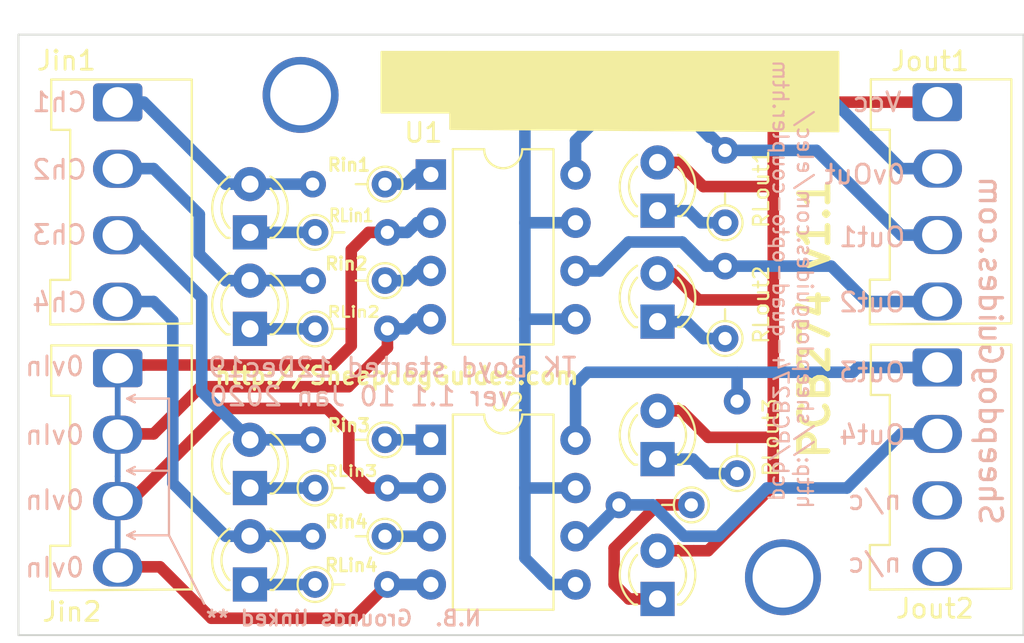
<source format=kicad_pcb>
(kicad_pcb (version 20171130) (host pcbnew "(5.1.5)-3")

  (general
    (thickness 1.6)
    (drawings 40)
    (tracks 157)
    (zones 0)
    (modules 28)
    (nets 26)
  )

  (page A4)
  (title_block
    (title "PCB274-Quad Opto Isolators to level shift signals")
    (date "10Jan20. Keep vers ID consistent 1+3 places")
    (rev 1.1)
    (comment 3 "Quad optocoupler. I wanted for CCTV control-by-PIR work\\nStarted 12 Dec 19- Day Johnson took over UK")
  )

  (layers
    (0 F.Cu signal)
    (31 B.Cu signal)
    (32 B.Adhes user)
    (33 F.Adhes user)
    (34 B.Paste user)
    (35 F.Paste user)
    (36 B.SilkS user)
    (37 F.SilkS user)
    (38 B.Mask user)
    (39 F.Mask user)
    (40 Dwgs.User user)
    (41 Cmts.User user)
    (42 Eco1.User user)
    (43 Eco2.User user)
    (44 Edge.Cuts user)
    (45 Margin user)
    (46 B.CrtYd user)
    (47 F.CrtYd user)
    (48 B.Fab user)
    (49 F.Fab user hide)
  )

  (setup
    (last_trace_width 0.2032)
    (user_trace_width 0.2032)
    (user_trace_width 0.3048)
    (user_trace_width 0.6096)
    (user_trace_width 0.8128)
    (trace_clearance 0.2)
    (zone_clearance 0.508)
    (zone_45_only no)
    (trace_min 0.2)
    (via_size 0.8)
    (via_drill 0.4)
    (via_min_size 0.4)
    (via_min_drill 0.3)
    (uvia_size 0.3)
    (uvia_drill 0.1)
    (uvias_allowed no)
    (uvia_min_size 0.2)
    (uvia_min_drill 0.1)
    (edge_width 0.05)
    (segment_width 0.2)
    (pcb_text_width 0.3)
    (pcb_text_size 1.5 1.5)
    (mod_edge_width 0.12)
    (mod_text_size 1 1)
    (mod_text_width 0.15)
    (pad_size 3.200001 3.200001)
    (pad_drill 3.048)
    (pad_to_mask_clearance 0.051)
    (solder_mask_min_width 0.25)
    (aux_axis_origin 0 0)
    (visible_elements 7FFDFFFF)
    (pcbplotparams
      (layerselection 0x010fc_ffffffff)
      (usegerberextensions false)
      (usegerberattributes false)
      (usegerberadvancedattributes false)
      (creategerberjobfile false)
      (excludeedgelayer true)
      (linewidth 0.100000)
      (plotframeref false)
      (viasonmask false)
      (mode 1)
      (useauxorigin false)
      (hpglpennumber 1)
      (hpglpenspeed 20)
      (hpglpendiameter 15.000000)
      (psnegative false)
      (psa4output false)
      (plotreference true)
      (plotvalue true)
      (plotinvisibletext false)
      (padsonsilk false)
      (subtractmaskfromsilk false)
      (outputformat 1)
      (mirror false)
      (drillshape 1)
      (scaleselection 1)
      (outputdirectory ""))
  )

  (net 0 "")
  (net 1 "Net-(Din1-Pad1)")
  (net 2 "Net-(Din1-Pad2)")
  (net 3 "Net-(Din2-Pad1)")
  (net 4 "Net-(Din2-Pad2)")
  (net 5 "Net-(Din3-Pad2)")
  (net 6 "Net-(Din3-Pad1)")
  (net 7 "Net-(Din4-Pad2)")
  (net 8 "Net-(Din4-Pad1)")
  (net 9 "Net-(Dout1-Pad1)")
  (net 10 "Net-(Dout2-Pad1)")
  (net 11 "Net-(Dout3-Pad1)")
  (net 12 "Net-(Dout4-Pad1)")
  (net 13 GND)
  (net 14 GNDD)
  (net 15 "Net-(Jout1-Pad3)")
  (net 16 "Net-(Jout1-Pad4)")
  (net 17 "Net-(Jout2-Pad1)")
  (net 18 "Net-(Jout2-Pad2)")
  (net 19 "Net-(Jout2-Pad3)")
  (net 20 "Net-(Jout2-Pad4)")
  (net 21 "Net-(Rin1-Pad1)")
  (net 22 "Net-(Rin2-Pad1)")
  (net 23 "Net-(Rin3-Pad1)")
  (net 24 "Net-(Rin4-Pad1)")
  (net 25 VCC)

  (net_class Default "This is the default net class."
    (clearance 0.2)
    (trace_width 0.25)
    (via_dia 0.8)
    (via_drill 0.4)
    (uvia_dia 0.3)
    (uvia_drill 0.1)
    (add_net GND)
    (add_net GNDD)
    (add_net "Net-(Din1-Pad1)")
    (add_net "Net-(Din1-Pad2)")
    (add_net "Net-(Din2-Pad1)")
    (add_net "Net-(Din2-Pad2)")
    (add_net "Net-(Din3-Pad1)")
    (add_net "Net-(Din3-Pad2)")
    (add_net "Net-(Din4-Pad1)")
    (add_net "Net-(Din4-Pad2)")
    (add_net "Net-(Dout1-Pad1)")
    (add_net "Net-(Dout2-Pad1)")
    (add_net "Net-(Dout3-Pad1)")
    (add_net "Net-(Dout4-Pad1)")
    (add_net "Net-(Jout1-Pad3)")
    (add_net "Net-(Jout1-Pad4)")
    (add_net "Net-(Jout2-Pad1)")
    (add_net "Net-(Jout2-Pad2)")
    (add_net "Net-(Jout2-Pad3)")
    (add_net "Net-(Jout2-Pad4)")
    (add_net "Net-(Rin1-Pad1)")
    (add_net "Net-(Rin2-Pad1)")
    (add_net "Net-(Rin3-Pad1)")
    (add_net "Net-(Rin4-Pad1)")
    (add_net VCC)
  )

  (module "aaTKB frm Jan2020:Camden_CTB3051-Rapid21-4707_1x04_P3.50mm" (layer F.Cu) (tedit 5E18B3AF) (tstamp 5E193951)
    (at 157.5 137.2 270)
    (descr "Molex 734 Male header (for PCBs); Straight solder pin 1 x 1 mm, 734-134 , 4 Pins (http://www.farnell.com/datasheets/2157639.pdf), generated with kicad-footprint-generator")
    (tags "connector Wago  side entry")
    (path /5DF3964F)
    (fp_text reference Jin2 (at 12.827 2.413 180) (layer F.SilkS)
      (effects (font (size 1 1) (thickness 0.15)))
    )
    (fp_text value ~ (at 5.6 -6.5 90) (layer F.Fab)
      (effects (font (size 1 1) (thickness 0.15)))
    )
    (fp_text user %R (at 12.954 2.413 180) (layer F.Fab)
      (effects (font (size 1 1) (thickness 0.15)))
    )
    (fp_line (start 11.7 -4) (end -1.2 -4) (layer F.CrtYd) (width 0.05))
    (fp_line (start 11.7 4.2) (end 11.7 -4) (layer F.CrtYd) (width 0.05))
    (fp_line (start -1.2 4.2) (end 11.7 4.2) (layer F.CrtYd) (width 0.05))
    (fp_line (start -1.2 -4) (end -1.2 4.2) (layer F.CrtYd) (width 0.05))
    (fp_line (start 0 -3.442893) (end 0.5 -4.15) (layer F.Fab) (width 0.1))
    (fp_line (start -0.5 -4.15) (end 0 -3.442893) (layer F.Fab) (width 0.1))
    (fp_line (start 11.65 -3.9) (end -1.2 -3.9) (layer F.SilkS) (width 0.12))
    (fp_line (start 11.7 3.55) (end 11.65 -3.9) (layer F.SilkS) (width 0.12))
    (fp_line (start 9.35 3.55) (end 11.7 3.55) (layer F.SilkS) (width 0.12))
    (fp_line (start 9.35 2.5) (end 9.35 3.5) (layer F.SilkS) (width 0.12))
    (fp_line (start 1.45 2.5) (end 9.35 2.5) (layer F.SilkS) (width 0.12))
    (fp_line (start 1.45 3.5) (end 1.45 2.5) (layer F.SilkS) (width 0.12))
    (fp_line (start -1.2 3.5) (end 1.45 3.5) (layer F.SilkS) (width 0.12))
    (fp_line (start -1.2 -3.9) (end -1.2 3.5) (layer F.SilkS) (width 0.12))
    (fp_line (start 11.85 -4.15) (end -1.35 -4.15) (layer F.Fab) (width 0.1))
    (fp_line (start 11.85 4.35) (end 11.85 -4.15) (layer F.Fab) (width 0.1))
    (fp_line (start -1.35 4.35) (end 11.85 4.35) (layer F.Fab) (width 0.1))
    (fp_line (start -1.35 -4.15) (end -1.35 4.35) (layer F.Fab) (width 0.1))
    (pad 4 thru_hole oval (at 10.5 0 270) (size 2 2.6) (drill 1.6) (layers *.Cu *.Mask)
      (net 13 GND))
    (pad 3 thru_hole oval (at 7 0 270) (size 2 2.6) (drill 1.6) (layers *.Cu *.Mask)
      (net 13 GND))
    (pad 2 thru_hole oval (at 3.5 0 270) (size 2 2.6) (drill 1.6) (layers *.Cu *.Mask)
      (net 13 GND))
    (pad 1 thru_hole roundrect (at 0 0 270) (size 2 2.6) (drill 1.6) (layers *.Cu *.Mask) (roundrect_rratio 0.125)
      (net 13 GND))
    (model ${KISYS3DMOD}/Connector_Wago.3dshapes/Wago_734-134_1x04_P3.50mm_Vertical.wrl
      (at (xyz 0 0 0))
      (scale (xyz 1 1 1))
      (rotate (xyz 0 0 0))
    )
  )

  (module Package_DIP:DIP-8_W7.62mm (layer F.Cu) (tedit 5A02E8C5) (tstamp 5E1927E8)
    (at 173.99 127)
    (descr "8-lead though-hole mounted DIP package, row spacing 7.62 mm (300 mils)")
    (tags "THT DIP DIL PDIP 2.54mm 7.62mm 300mil")
    (path /5DF2F4FD)
    (fp_text reference U1 (at -0.39 -2.2) (layer F.SilkS)
      (effects (font (size 1 1) (thickness 0.15)))
    )
    (fp_text value LTV-827 (at 3.81 9.95) (layer F.Fab)
      (effects (font (size 1 1) (thickness 0.15)))
    )
    (fp_text user %R (at -0.889 -2.286) (layer F.Fab)
      (effects (font (size 1 1) (thickness 0.15)))
    )
    (fp_line (start 8.7 -1.55) (end -1.1 -1.55) (layer F.CrtYd) (width 0.05))
    (fp_line (start 8.7 9.15) (end 8.7 -1.55) (layer F.CrtYd) (width 0.05))
    (fp_line (start -1.1 9.15) (end 8.7 9.15) (layer F.CrtYd) (width 0.05))
    (fp_line (start -1.1 -1.55) (end -1.1 9.15) (layer F.CrtYd) (width 0.05))
    (fp_line (start 6.46 -1.33) (end 4.81 -1.33) (layer F.SilkS) (width 0.12))
    (fp_line (start 6.46 8.95) (end 6.46 -1.33) (layer F.SilkS) (width 0.12))
    (fp_line (start 1.16 8.95) (end 6.46 8.95) (layer F.SilkS) (width 0.12))
    (fp_line (start 1.16 -1.33) (end 1.16 8.95) (layer F.SilkS) (width 0.12))
    (fp_line (start 2.81 -1.33) (end 1.16 -1.33) (layer F.SilkS) (width 0.12))
    (fp_line (start 0.635 -0.27) (end 1.635 -1.27) (layer F.Fab) (width 0.1))
    (fp_line (start 0.635 8.89) (end 0.635 -0.27) (layer F.Fab) (width 0.1))
    (fp_line (start 6.985 8.89) (end 0.635 8.89) (layer F.Fab) (width 0.1))
    (fp_line (start 6.985 -1.27) (end 6.985 8.89) (layer F.Fab) (width 0.1))
    (fp_line (start 1.635 -1.27) (end 6.985 -1.27) (layer F.Fab) (width 0.1))
    (fp_arc (start 3.81 -1.33) (end 2.81 -1.33) (angle -180) (layer F.SilkS) (width 0.12))
    (pad 8 thru_hole oval (at 7.62 0) (size 1.6 1.6) (drill 0.8) (layers *.Cu *.Mask)
      (net 15 "Net-(Jout1-Pad3)"))
    (pad 4 thru_hole oval (at 0 7.62) (size 1.6 1.6) (drill 0.8) (layers *.Cu *.Mask)
      (net 13 GND))
    (pad 7 thru_hole oval (at 7.62 2.54) (size 1.6 1.6) (drill 0.8) (layers *.Cu *.Mask)
      (net 14 GNDD))
    (pad 3 thru_hole oval (at 0 5.08) (size 1.6 1.6) (drill 0.8) (layers *.Cu *.Mask)
      (net 22 "Net-(Rin2-Pad1)"))
    (pad 6 thru_hole oval (at 7.62 5.08) (size 1.6 1.6) (drill 0.8) (layers *.Cu *.Mask)
      (net 16 "Net-(Jout1-Pad4)"))
    (pad 2 thru_hole oval (at 0 2.54) (size 1.6 1.6) (drill 0.8) (layers *.Cu *.Mask)
      (net 13 GND))
    (pad 5 thru_hole oval (at 7.62 7.62) (size 1.6 1.6) (drill 0.8) (layers *.Cu *.Mask)
      (net 14 GNDD))
    (pad 1 thru_hole rect (at 0 0) (size 1.6 1.6) (drill 0.8) (layers *.Cu *.Mask)
      (net 21 "Net-(Rin1-Pad1)"))
    (model ${KISYS3DMOD}/Package_DIP.3dshapes/DIP-8_W7.62mm.wrl
      (at (xyz 0 0 0))
      (scale (xyz 1 1 1))
      (rotate (xyz 0 0 0))
    )
  )

  (module LED_THT:LED_D3.0mm (layer F.Cu) (tedit 587A3A7B) (tstamp 5E192043)
    (at 164.465 130.048 90)
    (descr "LED, diameter 3.0mm, 2 pins")
    (tags "LED diameter 3.0mm 2 pins")
    (path /5DF34298)
    (fp_text reference Din1 (at 1.27 -2.96 90) (layer F.SilkS) hide
      (effects (font (size 1 1) (thickness 0.15)))
    )
    (fp_text value ~ (at 1.27 2.96 90) (layer F.Fab)
      (effects (font (size 1 1) (thickness 0.15)))
    )
    (fp_line (start 3.7 -2.25) (end -1.15 -2.25) (layer F.CrtYd) (width 0.05))
    (fp_line (start 3.7 2.25) (end 3.7 -2.25) (layer F.CrtYd) (width 0.05))
    (fp_line (start -1.15 2.25) (end 3.7 2.25) (layer F.CrtYd) (width 0.05))
    (fp_line (start -1.15 -2.25) (end -1.15 2.25) (layer F.CrtYd) (width 0.05))
    (fp_line (start -0.29 1.08) (end -0.29 1.236) (layer F.SilkS) (width 0.12))
    (fp_line (start -0.29 -1.236) (end -0.29 -1.08) (layer F.SilkS) (width 0.12))
    (fp_line (start -0.23 -1.16619) (end -0.23 1.16619) (layer F.Fab) (width 0.1))
    (fp_circle (center 1.27 0) (end 2.77 0) (layer F.Fab) (width 0.1))
    (fp_arc (start 1.27 0) (end 0.229039 1.08) (angle -87.9) (layer F.SilkS) (width 0.12))
    (fp_arc (start 1.27 0) (end 0.229039 -1.08) (angle 87.9) (layer F.SilkS) (width 0.12))
    (fp_arc (start 1.27 0) (end -0.29 1.235516) (angle -108.8) (layer F.SilkS) (width 0.12))
    (fp_arc (start 1.27 0) (end -0.29 -1.235516) (angle 108.8) (layer F.SilkS) (width 0.12))
    (fp_arc (start 1.27 0) (end -0.23 -1.16619) (angle 284.3) (layer F.Fab) (width 0.1))
    (pad 2 thru_hole circle (at 2.54 0 90) (size 1.8 1.8) (drill 0.9) (layers *.Cu *.Mask)
      (net 2 "Net-(Din1-Pad2)"))
    (pad 1 thru_hole rect (at 0 0 90) (size 1.8 1.8) (drill 0.9) (layers *.Cu *.Mask)
      (net 1 "Net-(Din1-Pad1)"))
    (model ${KISYS3DMOD}/LED_THT.3dshapes/LED_D3.0mm.wrl
      (at (xyz 0 0 0))
      (scale (xyz 1 1 1))
      (rotate (xyz 0 0 0))
    )
  )

  (module LED_THT:LED_D3.0mm (layer F.Cu) (tedit 587A3A7B) (tstamp 5DF31F29)
    (at 164.465 135.128 90)
    (descr "LED, diameter 3.0mm, 2 pins")
    (tags "LED diameter 3.0mm 2 pins")
    (path /5DF506CE)
    (fp_text reference Din2 (at 1.27 -2.96 90) (layer F.SilkS) hide
      (effects (font (size 1 1) (thickness 0.15)))
    )
    (fp_text value ~ (at 1.27 2.96 90) (layer F.Fab)
      (effects (font (size 1 1) (thickness 0.15)))
    )
    (fp_line (start 3.7 -2.25) (end -1.15 -2.25) (layer F.CrtYd) (width 0.05))
    (fp_line (start 3.7 2.25) (end 3.7 -2.25) (layer F.CrtYd) (width 0.05))
    (fp_line (start -1.15 2.25) (end 3.7 2.25) (layer F.CrtYd) (width 0.05))
    (fp_line (start -1.15 -2.25) (end -1.15 2.25) (layer F.CrtYd) (width 0.05))
    (fp_line (start -0.29 1.08) (end -0.29 1.236) (layer F.SilkS) (width 0.12))
    (fp_line (start -0.29 -1.236) (end -0.29 -1.08) (layer F.SilkS) (width 0.12))
    (fp_line (start -0.23 -1.16619) (end -0.23 1.16619) (layer F.Fab) (width 0.1))
    (fp_circle (center 1.27 0) (end 2.77 0) (layer F.Fab) (width 0.1))
    (fp_arc (start 1.27 0) (end 0.229039 1.08) (angle -87.9) (layer F.SilkS) (width 0.12))
    (fp_arc (start 1.27 0) (end 0.229039 -1.08) (angle 87.9) (layer F.SilkS) (width 0.12))
    (fp_arc (start 1.27 0) (end -0.29 1.235516) (angle -108.8) (layer F.SilkS) (width 0.12))
    (fp_arc (start 1.27 0) (end -0.29 -1.235516) (angle 108.8) (layer F.SilkS) (width 0.12))
    (fp_arc (start 1.27 0) (end -0.23 -1.16619) (angle 284.3) (layer F.Fab) (width 0.1))
    (pad 2 thru_hole circle (at 2.54 0 90) (size 1.8 1.8) (drill 0.9) (layers *.Cu *.Mask)
      (net 4 "Net-(Din2-Pad2)"))
    (pad 1 thru_hole rect (at 0 0 90) (size 1.8 1.8) (drill 0.9) (layers *.Cu *.Mask)
      (net 3 "Net-(Din2-Pad1)"))
    (model ${KISYS3DMOD}/LED_THT.3dshapes/LED_D3.0mm.wrl
      (at (xyz 0 0 0))
      (scale (xyz 1 1 1))
      (rotate (xyz 0 0 0))
    )
  )

  (module LED_THT:LED_D3.0mm (layer F.Cu) (tedit 587A3A7B) (tstamp 5DF31F3C)
    (at 164.465 143.51 90)
    (descr "LED, diameter 3.0mm, 2 pins")
    (tags "LED diameter 3.0mm 2 pins")
    (path /5DF51CC9)
    (fp_text reference Din3 (at 1.27 -2.96 90) (layer F.SilkS) hide
      (effects (font (size 1 1) (thickness 0.15)))
    )
    (fp_text value ~ (at 1.27 2.96 90) (layer F.Fab)
      (effects (font (size 1 1) (thickness 0.15)))
    )
    (fp_line (start 3.7 -2.25) (end -1.15 -2.25) (layer F.CrtYd) (width 0.05))
    (fp_line (start 3.7 2.25) (end 3.7 -2.25) (layer F.CrtYd) (width 0.05))
    (fp_line (start -1.15 2.25) (end 3.7 2.25) (layer F.CrtYd) (width 0.05))
    (fp_line (start -1.15 -2.25) (end -1.15 2.25) (layer F.CrtYd) (width 0.05))
    (fp_line (start -0.29 1.08) (end -0.29 1.236) (layer F.SilkS) (width 0.12))
    (fp_line (start -0.29 -1.236) (end -0.29 -1.08) (layer F.SilkS) (width 0.12))
    (fp_line (start -0.23 -1.16619) (end -0.23 1.16619) (layer F.Fab) (width 0.1))
    (fp_circle (center 1.27 0) (end 2.77 0) (layer F.Fab) (width 0.1))
    (fp_arc (start 1.27 0) (end 0.229039 1.08) (angle -87.9) (layer F.SilkS) (width 0.12))
    (fp_arc (start 1.27 0) (end 0.229039 -1.08) (angle 87.9) (layer F.SilkS) (width 0.12))
    (fp_arc (start 1.27 0) (end -0.29 1.235516) (angle -108.8) (layer F.SilkS) (width 0.12))
    (fp_arc (start 1.27 0) (end -0.29 -1.235516) (angle 108.8) (layer F.SilkS) (width 0.12))
    (fp_arc (start 1.27 0) (end -0.23 -1.16619) (angle 284.3) (layer F.Fab) (width 0.1))
    (pad 2 thru_hole circle (at 2.54 0 90) (size 1.8 1.8) (drill 0.9) (layers *.Cu *.Mask)
      (net 5 "Net-(Din3-Pad2)"))
    (pad 1 thru_hole rect (at 0 0 90) (size 1.8 1.8) (drill 0.9) (layers *.Cu *.Mask)
      (net 6 "Net-(Din3-Pad1)"))
    (model ${KISYS3DMOD}/LED_THT.3dshapes/LED_D3.0mm.wrl
      (at (xyz 0 0 0))
      (scale (xyz 1 1 1))
      (rotate (xyz 0 0 0))
    )
  )

  (module LED_THT:LED_D3.0mm (layer F.Cu) (tedit 587A3A7B) (tstamp 5DF31F4F)
    (at 164.465 148.59 90)
    (descr "LED, diameter 3.0mm, 2 pins")
    (tags "LED diameter 3.0mm 2 pins")
    (path /5DF5370A)
    (fp_text reference Din4 (at 1.27 -2.96 90) (layer F.SilkS) hide
      (effects (font (size 1 1) (thickness 0.15)))
    )
    (fp_text value ~ (at 1.27 2.96 90) (layer F.Fab)
      (effects (font (size 1 1) (thickness 0.15)))
    )
    (fp_line (start 3.7 -2.25) (end -1.15 -2.25) (layer F.CrtYd) (width 0.05))
    (fp_line (start 3.7 2.25) (end 3.7 -2.25) (layer F.CrtYd) (width 0.05))
    (fp_line (start -1.15 2.25) (end 3.7 2.25) (layer F.CrtYd) (width 0.05))
    (fp_line (start -1.15 -2.25) (end -1.15 2.25) (layer F.CrtYd) (width 0.05))
    (fp_line (start -0.29 1.08) (end -0.29 1.236) (layer F.SilkS) (width 0.12))
    (fp_line (start -0.29 -1.236) (end -0.29 -1.08) (layer F.SilkS) (width 0.12))
    (fp_line (start -0.23 -1.16619) (end -0.23 1.16619) (layer F.Fab) (width 0.1))
    (fp_circle (center 1.27 0) (end 2.77 0) (layer F.Fab) (width 0.1))
    (fp_arc (start 1.27 0) (end 0.229039 1.08) (angle -87.9) (layer F.SilkS) (width 0.12))
    (fp_arc (start 1.27 0) (end 0.229039 -1.08) (angle 87.9) (layer F.SilkS) (width 0.12))
    (fp_arc (start 1.27 0) (end -0.29 1.235516) (angle -108.8) (layer F.SilkS) (width 0.12))
    (fp_arc (start 1.27 0) (end -0.29 -1.235516) (angle 108.8) (layer F.SilkS) (width 0.12))
    (fp_arc (start 1.27 0) (end -0.23 -1.16619) (angle 284.3) (layer F.Fab) (width 0.1))
    (pad 2 thru_hole circle (at 2.54 0 90) (size 1.8 1.8) (drill 0.9) (layers *.Cu *.Mask)
      (net 7 "Net-(Din4-Pad2)"))
    (pad 1 thru_hole rect (at 0 0 90) (size 1.8 1.8) (drill 0.9) (layers *.Cu *.Mask)
      (net 8 "Net-(Din4-Pad1)"))
    (model ${KISYS3DMOD}/LED_THT.3dshapes/LED_D3.0mm.wrl
      (at (xyz 0 0 0))
      (scale (xyz 1 1 1))
      (rotate (xyz 0 0 0))
    )
  )

  (module LED_THT:LED_D3.0mm (layer F.Cu) (tedit 587A3A7B) (tstamp 5DF31F62)
    (at 185.928 128.905 90)
    (descr "LED, diameter 3.0mm, 2 pins")
    (tags "LED diameter 3.0mm 2 pins")
    (path /5DF3584F)
    (fp_text reference Dout1 (at 1.27 -2.96 90) (layer F.SilkS) hide
      (effects (font (size 1 1) (thickness 0.15)))
    )
    (fp_text value LED (at 1.27 2.96 90) (layer F.Fab) hide
      (effects (font (size 1 1) (thickness 0.15)))
    )
    (fp_line (start 3.7 -2.25) (end -1.15 -2.25) (layer F.CrtYd) (width 0.05))
    (fp_line (start 3.7 2.25) (end 3.7 -2.25) (layer F.CrtYd) (width 0.05))
    (fp_line (start -1.15 2.25) (end 3.7 2.25) (layer F.CrtYd) (width 0.05))
    (fp_line (start -1.15 -2.25) (end -1.15 2.25) (layer F.CrtYd) (width 0.05))
    (fp_line (start -0.29 1.08) (end -0.29 1.236) (layer F.SilkS) (width 0.12))
    (fp_line (start -0.29 -1.236) (end -0.29 -1.08) (layer F.SilkS) (width 0.12))
    (fp_line (start -0.23 -1.16619) (end -0.23 1.16619) (layer F.Fab) (width 0.1))
    (fp_circle (center 1.27 0) (end 2.77 0) (layer F.Fab) (width 0.1))
    (fp_arc (start 1.27 0) (end 0.229039 1.08) (angle -87.9) (layer F.SilkS) (width 0.12))
    (fp_arc (start 1.27 0) (end 0.229039 -1.08) (angle 87.9) (layer F.SilkS) (width 0.12))
    (fp_arc (start 1.27 0) (end -0.29 1.235516) (angle -108.8) (layer F.SilkS) (width 0.12))
    (fp_arc (start 1.27 0) (end -0.29 -1.235516) (angle 108.8) (layer F.SilkS) (width 0.12))
    (fp_arc (start 1.27 0) (end -0.23 -1.16619) (angle 284.3) (layer F.Fab) (width 0.1))
    (pad 2 thru_hole circle (at 2.54 0 90) (size 1.8 1.8) (drill 0.9) (layers *.Cu *.Mask)
      (net 25 VCC))
    (pad 1 thru_hole rect (at 0 0 90) (size 1.8 1.8) (drill 0.9) (layers *.Cu *.Mask)
      (net 9 "Net-(Dout1-Pad1)"))
    (model ${KISYS3DMOD}/LED_THT.3dshapes/LED_D3.0mm.wrl
      (at (xyz 0 0 0))
      (scale (xyz 1 1 1))
      (rotate (xyz 0 0 0))
    )
  )

  (module LED_THT:LED_D3.0mm (layer F.Cu) (tedit 587A3A7B) (tstamp 5DF31F75)
    (at 185.928 134.747 90)
    (descr "LED, diameter 3.0mm, 2 pins")
    (tags "LED diameter 3.0mm 2 pins")
    (path /5DF454D7)
    (fp_text reference Dout2 (at 1.27 -2.96 90) (layer F.SilkS) hide
      (effects (font (size 1 1) (thickness 0.15)))
    )
    (fp_text value LED (at 1.27 2.96 90) (layer F.Fab) hide
      (effects (font (size 1 1) (thickness 0.15)))
    )
    (fp_line (start 3.7 -2.25) (end -1.15 -2.25) (layer F.CrtYd) (width 0.05))
    (fp_line (start 3.7 2.25) (end 3.7 -2.25) (layer F.CrtYd) (width 0.05))
    (fp_line (start -1.15 2.25) (end 3.7 2.25) (layer F.CrtYd) (width 0.05))
    (fp_line (start -1.15 -2.25) (end -1.15 2.25) (layer F.CrtYd) (width 0.05))
    (fp_line (start -0.29 1.08) (end -0.29 1.236) (layer F.SilkS) (width 0.12))
    (fp_line (start -0.29 -1.236) (end -0.29 -1.08) (layer F.SilkS) (width 0.12))
    (fp_line (start -0.23 -1.16619) (end -0.23 1.16619) (layer F.Fab) (width 0.1))
    (fp_circle (center 1.27 0) (end 2.77 0) (layer F.Fab) (width 0.1))
    (fp_arc (start 1.27 0) (end 0.229039 1.08) (angle -87.9) (layer F.SilkS) (width 0.12))
    (fp_arc (start 1.27 0) (end 0.229039 -1.08) (angle 87.9) (layer F.SilkS) (width 0.12))
    (fp_arc (start 1.27 0) (end -0.29 1.235516) (angle -108.8) (layer F.SilkS) (width 0.12))
    (fp_arc (start 1.27 0) (end -0.29 -1.235516) (angle 108.8) (layer F.SilkS) (width 0.12))
    (fp_arc (start 1.27 0) (end -0.23 -1.16619) (angle 284.3) (layer F.Fab) (width 0.1))
    (pad 2 thru_hole circle (at 2.54 0 90) (size 1.8 1.8) (drill 0.9) (layers *.Cu *.Mask)
      (net 25 VCC))
    (pad 1 thru_hole rect (at 0 0 90) (size 1.8 1.8) (drill 0.9) (layers *.Cu *.Mask)
      (net 10 "Net-(Dout2-Pad1)"))
    (model ${KISYS3DMOD}/LED_THT.3dshapes/LED_D3.0mm.wrl
      (at (xyz 0 0 0))
      (scale (xyz 1 1 1))
      (rotate (xyz 0 0 0))
    )
  )

  (module LED_THT:LED_D3.0mm (layer F.Cu) (tedit 587A3A7B) (tstamp 5DF31F88)
    (at 185.928 141.986 90)
    (descr "LED, diameter 3.0mm, 2 pins")
    (tags "LED diameter 3.0mm 2 pins")
    (path /5DF45915)
    (fp_text reference Dout3 (at 1.27 -2.96 90) (layer F.SilkS) hide
      (effects (font (size 1 1) (thickness 0.15)))
    )
    (fp_text value LED (at 1.27 2.96 90) (layer F.Fab) hide
      (effects (font (size 1 1) (thickness 0.15)))
    )
    (fp_line (start 3.7 -2.25) (end -1.15 -2.25) (layer F.CrtYd) (width 0.05))
    (fp_line (start 3.7 2.25) (end 3.7 -2.25) (layer F.CrtYd) (width 0.05))
    (fp_line (start -1.15 2.25) (end 3.7 2.25) (layer F.CrtYd) (width 0.05))
    (fp_line (start -1.15 -2.25) (end -1.15 2.25) (layer F.CrtYd) (width 0.05))
    (fp_line (start -0.29 1.08) (end -0.29 1.236) (layer F.SilkS) (width 0.12))
    (fp_line (start -0.29 -1.236) (end -0.29 -1.08) (layer F.SilkS) (width 0.12))
    (fp_line (start -0.23 -1.16619) (end -0.23 1.16619) (layer F.Fab) (width 0.1))
    (fp_circle (center 1.27 0) (end 2.77 0) (layer F.Fab) (width 0.1))
    (fp_arc (start 1.27 0) (end 0.229039 1.08) (angle -87.9) (layer F.SilkS) (width 0.12))
    (fp_arc (start 1.27 0) (end 0.229039 -1.08) (angle 87.9) (layer F.SilkS) (width 0.12))
    (fp_arc (start 1.27 0) (end -0.29 1.235516) (angle -108.8) (layer F.SilkS) (width 0.12))
    (fp_arc (start 1.27 0) (end -0.29 -1.235516) (angle 108.8) (layer F.SilkS) (width 0.12))
    (fp_arc (start 1.27 0) (end -0.23 -1.16619) (angle 284.3) (layer F.Fab) (width 0.1))
    (pad 2 thru_hole circle (at 2.54 0 90) (size 1.8 1.8) (drill 0.9) (layers *.Cu *.Mask)
      (net 25 VCC))
    (pad 1 thru_hole rect (at 0 0 90) (size 1.8 1.8) (drill 0.9) (layers *.Cu *.Mask)
      (net 11 "Net-(Dout3-Pad1)"))
    (model ${KISYS3DMOD}/LED_THT.3dshapes/LED_D3.0mm.wrl
      (at (xyz 0 0 0))
      (scale (xyz 1 1 1))
      (rotate (xyz 0 0 0))
    )
  )

  (module LED_THT:LED_D3.0mm (layer F.Cu) (tedit 587A3A7B) (tstamp 5E18FDAF)
    (at 185.928 149.352 90)
    (descr "LED, diameter 3.0mm, 2 pins")
    (tags "LED diameter 3.0mm 2 pins")
    (path /5DF45C89)
    (fp_text reference Dout4 (at 1.27 -2.96 90) (layer F.SilkS) hide
      (effects (font (size 1 1) (thickness 0.15)))
    )
    (fp_text value LED (at 1.27 2.96 90) (layer F.Fab) hide
      (effects (font (size 1 1) (thickness 0.15)))
    )
    (fp_line (start 3.7 -2.25) (end -1.15 -2.25) (layer F.CrtYd) (width 0.05))
    (fp_line (start 3.7 2.25) (end 3.7 -2.25) (layer F.CrtYd) (width 0.05))
    (fp_line (start -1.15 2.25) (end 3.7 2.25) (layer F.CrtYd) (width 0.05))
    (fp_line (start -1.15 -2.25) (end -1.15 2.25) (layer F.CrtYd) (width 0.05))
    (fp_line (start -0.29 1.08) (end -0.29 1.236) (layer F.SilkS) (width 0.12))
    (fp_line (start -0.29 -1.236) (end -0.29 -1.08) (layer F.SilkS) (width 0.12))
    (fp_line (start -0.23 -1.16619) (end -0.23 1.16619) (layer F.Fab) (width 0.1))
    (fp_circle (center 1.27 0) (end 2.77 0) (layer F.Fab) (width 0.1))
    (fp_arc (start 1.27 0) (end 0.229039 1.08) (angle -87.9) (layer F.SilkS) (width 0.12))
    (fp_arc (start 1.27 0) (end 0.229039 -1.08) (angle 87.9) (layer F.SilkS) (width 0.12))
    (fp_arc (start 1.27 0) (end -0.29 1.235516) (angle -108.8) (layer F.SilkS) (width 0.12))
    (fp_arc (start 1.27 0) (end -0.29 -1.235516) (angle 108.8) (layer F.SilkS) (width 0.12))
    (fp_arc (start 1.27 0) (end -0.23 -1.16619) (angle 284.3) (layer F.Fab) (width 0.1))
    (pad 2 thru_hole circle (at 2.54 0 90) (size 1.8 1.8) (drill 0.9) (layers *.Cu *.Mask)
      (net 25 VCC))
    (pad 1 thru_hole rect (at 0 0 90) (size 1.8 1.8) (drill 0.9) (layers *.Cu *.Mask)
      (net 12 "Net-(Dout4-Pad1)"))
    (model ${KISYS3DMOD}/LED_THT.3dshapes/LED_D3.0mm.wrl
      (at (xyz 0 0 0))
      (scale (xyz 1 1 1))
      (rotate (xyz 0 0 0))
    )
  )

  (module Package_DIP:DIP-8_W7.62mm (layer F.Cu) (tedit 5A02E8C5) (tstamp 5DF32173)
    (at 173.99 140.97)
    (descr "8-lead though-hole mounted DIP package, row spacing 7.62 mm (300 mils)")
    (tags "THT DIP DIL PDIP 2.54mm 7.62mm 300mil")
    (path /5DF30E97)
    (fp_text reference U2 (at 4.01 -1.97) (layer F.SilkS)
      (effects (font (size 0.9 0.9) (thickness 0.12)))
    )
    (fp_text value LTV-827 (at 3.81 9.95) (layer F.Fab)
      (effects (font (size 1 1) (thickness 0.15)))
    )
    (fp_text user %R (at 3.81 -2.286) (layer F.Fab)
      (effects (font (size 1 1) (thickness 0.15)))
    )
    (fp_line (start 8.7 -1.55) (end -1.1 -1.55) (layer F.CrtYd) (width 0.05))
    (fp_line (start 8.7 9.15) (end 8.7 -1.55) (layer F.CrtYd) (width 0.05))
    (fp_line (start -1.1 9.15) (end 8.7 9.15) (layer F.CrtYd) (width 0.05))
    (fp_line (start -1.1 -1.55) (end -1.1 9.15) (layer F.CrtYd) (width 0.05))
    (fp_line (start 6.46 -1.33) (end 4.81 -1.33) (layer F.SilkS) (width 0.12))
    (fp_line (start 6.46 8.95) (end 6.46 -1.33) (layer F.SilkS) (width 0.12))
    (fp_line (start 1.16 8.95) (end 6.46 8.95) (layer F.SilkS) (width 0.12))
    (fp_line (start 1.16 -1.33) (end 1.16 8.95) (layer F.SilkS) (width 0.12))
    (fp_line (start 2.81 -1.33) (end 1.16 -1.33) (layer F.SilkS) (width 0.12))
    (fp_line (start 0.635 -0.27) (end 1.635 -1.27) (layer F.Fab) (width 0.1))
    (fp_line (start 0.635 8.89) (end 0.635 -0.27) (layer F.Fab) (width 0.1))
    (fp_line (start 6.985 8.89) (end 0.635 8.89) (layer F.Fab) (width 0.1))
    (fp_line (start 6.985 -1.27) (end 6.985 8.89) (layer F.Fab) (width 0.1))
    (fp_line (start 1.635 -1.27) (end 6.985 -1.27) (layer F.Fab) (width 0.1))
    (fp_arc (start 3.81 -1.33) (end 2.81 -1.33) (angle -180) (layer F.SilkS) (width 0.12))
    (pad 8 thru_hole oval (at 7.62 0) (size 1.6 1.6) (drill 0.8) (layers *.Cu *.Mask)
      (net 17 "Net-(Jout2-Pad1)"))
    (pad 4 thru_hole oval (at 0 7.62) (size 1.6 1.6) (drill 0.8) (layers *.Cu *.Mask)
      (net 13 GND))
    (pad 7 thru_hole oval (at 7.62 2.54) (size 1.6 1.6) (drill 0.8) (layers *.Cu *.Mask)
      (net 14 GNDD))
    (pad 3 thru_hole oval (at 0 5.08) (size 1.6 1.6) (drill 0.8) (layers *.Cu *.Mask)
      (net 24 "Net-(Rin4-Pad1)"))
    (pad 6 thru_hole oval (at 7.62 5.08) (size 1.6 1.6) (drill 0.8) (layers *.Cu *.Mask)
      (net 18 "Net-(Jout2-Pad2)"))
    (pad 2 thru_hole oval (at 0 2.54) (size 1.6 1.6) (drill 0.8) (layers *.Cu *.Mask)
      (net 13 GND))
    (pad 5 thru_hole oval (at 7.62 7.62) (size 1.6 1.6) (drill 0.8) (layers *.Cu *.Mask)
      (net 14 GNDD))
    (pad 1 thru_hole rect (at 0 0) (size 1.6 1.6) (drill 0.8) (layers *.Cu *.Mask)
      (net 23 "Net-(Rin3-Pad1)"))
    (model ${KISYS3DMOD}/Package_DIP.3dshapes/DIP-8_W7.62mm.wrl
      (at (xyz 0 0 0))
      (scale (xyz 1 1 1))
      (rotate (xyz 0 0 0))
    )
  )

  (module "aaTKB frm Jan2020:R_1-8thW_Horiz-mod_of__Axial_DIN0204_L3.6mm_D1.6mm_P2.54mm" (layer F.Cu) (tedit 5E18A2F4) (tstamp 5E18E9F5)
    (at 189.484 129.54 90)
    (descr "Resistor, Axial_DIN0204 series, Axial, Vertical, pin pitch=2.54mm, 0.167W, length*diameter=3.6*1.6mm^2, http://cdn-reichelt.de/documents/datenblatt/B400/1_4W%23YAG.pdf")
    (tags "Resistor Axial_DIN0204 series Axial Vertical pin pitch 2.54mm 0.167W length 3.6mm diameter 1.6mm")
    (path /5DF34C4B)
    (fp_text reference RLout1 (at 1.778 1.905 90) (layer F.SilkS)
      (effects (font (size 0.8 0.8) (thickness 0.12)))
    )
    (fp_text value R (at 1.27 1.92 90) (layer F.Fab) hide
      (effects (font (size 1 1) (thickness 0.15)))
    )
    (fp_text user %R (at 1.27 -1.92 90) (layer F.Fab) hide
      (effects (font (size 1 1) (thickness 0.15)))
    )
    (fp_line (start 4.75 -1.1) (end -1.05 -1.1) (layer F.CrtYd) (width 0.05))
    (fp_line (start 4.75 1.1) (end 4.75 -1.1) (layer F.CrtYd) (width 0.05))
    (fp_line (start -1.05 1.1) (end 4.75 1.1) (layer F.CrtYd) (width 0.05))
    (fp_line (start -1.05 -1.1) (end -1.05 1.1) (layer F.CrtYd) (width 0.05))
    (fp_line (start 0.92 0) (end 1.54 0) (layer F.SilkS) (width 0.12))
    (fp_line (start 0 0) (end 2.54 0) (layer F.Fab) (width 0.1))
    (fp_circle (center 0 0) (end 0.92 0) (layer F.SilkS) (width 0.12))
    (fp_circle (center 0 0) (end 0.8 0) (layer F.Fab) (width 0.1))
    (pad 2 thru_hole oval (at 3.81 0 90) (size 1.4 1.4) (drill 0.7) (layers *.Cu *.Mask)
      (net 15 "Net-(Jout1-Pad3)"))
    (pad 1 thru_hole circle (at 0 0 90) (size 1.4 1.4) (drill 0.7) (layers *.Cu *.Mask)
      (net 9 "Net-(Dout1-Pad1)"))
    (model ${KISYS3DMOD}/Resistor_THT.3dshapes/R_Axial_DIN0204_L3.6mm_D1.6mm_P2.54mm_Vertical.wrl
      (at (xyz 0 0 0))
      (scale (xyz 1 1 1))
      (rotate (xyz 0 0 0))
    )
  )

  (module "aaTKB frm Jan2020:R_1-8thW_Horiz-mod_of__Axial_DIN0204_L3.6mm_D1.6mm_P2.54mm" (layer F.Cu) (tedit 5E18A2F4) (tstamp 5E19019E)
    (at 171.577 127.508 180)
    (descr "Resistor, Axial_DIN0204 series, Axial, Vertical, pin pitch=2.54mm, 0.167W, length*diameter=3.6*1.6mm^2, http://cdn-reichelt.de/documents/datenblatt/B400/1_4W%23YAG.pdf")
    (tags "Resistor Axial_DIN0204 series Axial Vertical pin pitch 2.54mm 0.167W length 3.6mm diameter 1.6mm")
    (path /5DF346C9)
    (fp_text reference Rin1 (at 1.905 1.016) (layer F.SilkS)
      (effects (font (size 0.6604 0.6604) (thickness 0.15)))
    )
    (fp_text value ~ (at 1.27 1.92) (layer F.Fab) hide
      (effects (font (size 1 1) (thickness 0.15)))
    )
    (fp_text user %R (at 1.778 -0.127) (layer F.Fab) hide
      (effects (font (size 1 1) (thickness 0.15)))
    )
    (fp_line (start 4.75 -1.1) (end -1.05 -1.1) (layer F.CrtYd) (width 0.05))
    (fp_line (start 4.75 1.1) (end 4.75 -1.1) (layer F.CrtYd) (width 0.05))
    (fp_line (start -1.05 1.1) (end 4.75 1.1) (layer F.CrtYd) (width 0.05))
    (fp_line (start -1.05 -1.1) (end -1.05 1.1) (layer F.CrtYd) (width 0.05))
    (fp_line (start 0.92 0) (end 1.54 0) (layer F.SilkS) (width 0.12))
    (fp_line (start 0 0) (end 2.54 0) (layer F.Fab) (width 0.1))
    (fp_circle (center 0 0) (end 0.92 0) (layer F.SilkS) (width 0.12))
    (fp_circle (center 0 0) (end 0.8 0) (layer F.Fab) (width 0.1))
    (pad 2 thru_hole oval (at 3.81 0 180) (size 1.4 1.4) (drill 0.7) (layers *.Cu *.Mask)
      (net 2 "Net-(Din1-Pad2)"))
    (pad 1 thru_hole circle (at 0 0 180) (size 1.4 1.4) (drill 0.7) (layers *.Cu *.Mask)
      (net 21 "Net-(Rin1-Pad1)"))
    (model ${KISYS3DMOD}/Resistor_THT.3dshapes/R_Axial_DIN0204_L3.6mm_D1.6mm_P2.54mm_Vertical.wrl
      (at (xyz 0 0 0))
      (scale (xyz 1 1 1))
      (rotate (xyz 0 0 0))
    )
  )

  (module "aaTKB frm Jan2020:R_1-8thW_Horiz-mod_of__Axial_DIN0204_L3.6mm_D1.6mm_P2.54mm" (layer F.Cu) (tedit 5E18A2F4) (tstamp 5E18EDA7)
    (at 189.484 135.636 90)
    (descr "Resistor, Axial_DIN0204 series, Axial, Vertical, pin pitch=2.54mm, 0.167W, length*diameter=3.6*1.6mm^2, http://cdn-reichelt.de/documents/datenblatt/B400/1_4W%23YAG.pdf")
    (tags "Resistor Axial_DIN0204 series Axial Vertical pin pitch 2.54mm 0.167W length 3.6mm diameter 1.6mm")
    (path /5DF454DD)
    (fp_text reference RLout2 (at 1.778 1.905 90) (layer F.SilkS)
      (effects (font (size 0.8 0.8) (thickness 0.12)))
    )
    (fp_text value R (at 1.27 1.92 90) (layer F.Fab) hide
      (effects (font (size 1 1) (thickness 0.15)))
    )
    (fp_text user %R (at 1.27 -1.92 90) (layer F.Fab) hide
      (effects (font (size 1 1) (thickness 0.15)))
    )
    (fp_line (start 4.75 -1.1) (end -1.05 -1.1) (layer F.CrtYd) (width 0.05))
    (fp_line (start 4.75 1.1) (end 4.75 -1.1) (layer F.CrtYd) (width 0.05))
    (fp_line (start -1.05 1.1) (end 4.75 1.1) (layer F.CrtYd) (width 0.05))
    (fp_line (start -1.05 -1.1) (end -1.05 1.1) (layer F.CrtYd) (width 0.05))
    (fp_line (start 0.92 0) (end 1.54 0) (layer F.SilkS) (width 0.12))
    (fp_line (start 0 0) (end 2.54 0) (layer F.Fab) (width 0.1))
    (fp_circle (center 0 0) (end 0.92 0) (layer F.SilkS) (width 0.12))
    (fp_circle (center 0 0) (end 0.8 0) (layer F.Fab) (width 0.1))
    (pad 2 thru_hole oval (at 3.81 0 90) (size 1.4 1.4) (drill 0.7) (layers *.Cu *.Mask)
      (net 16 "Net-(Jout1-Pad4)"))
    (pad 1 thru_hole circle (at 0 0 90) (size 1.4 1.4) (drill 0.7) (layers *.Cu *.Mask)
      (net 10 "Net-(Dout2-Pad1)"))
    (model ${KISYS3DMOD}/Resistor_THT.3dshapes/R_Axial_DIN0204_L3.6mm_D1.6mm_P2.54mm_Vertical.wrl
      (at (xyz 0 0 0))
      (scale (xyz 1 1 1))
      (rotate (xyz 0 0 0))
    )
  )

  (module "aaTKB frm Jan2020:R_1-8thW_Horiz-mod_of__Axial_DIN0204_L3.6mm_D1.6mm_P2.54mm" (layer F.Cu) (tedit 5E18A2F4) (tstamp 5E18EDB5)
    (at 190.119 142.748 90)
    (descr "Resistor, Axial_DIN0204 series, Axial, Vertical, pin pitch=2.54mm, 0.167W, length*diameter=3.6*1.6mm^2, http://cdn-reichelt.de/documents/datenblatt/B400/1_4W%23YAG.pdf")
    (tags "Resistor Axial_DIN0204 series Axial Vertical pin pitch 2.54mm 0.167W length 3.6mm diameter 1.6mm")
    (path /5DF4591B)
    (fp_text reference RLout3 (at 1.905 1.778 90) (layer F.SilkS)
      (effects (font (size 0.8 0.8) (thickness 0.12)))
    )
    (fp_text value R (at 1.27 1.92 90) (layer F.Fab) hide
      (effects (font (size 1 1) (thickness 0.15)))
    )
    (fp_text user %R (at 1.27 -1.92 90) (layer F.Fab) hide
      (effects (font (size 1 1) (thickness 0.15)))
    )
    (fp_line (start 4.75 -1.1) (end -1.05 -1.1) (layer F.CrtYd) (width 0.05))
    (fp_line (start 4.75 1.1) (end 4.75 -1.1) (layer F.CrtYd) (width 0.05))
    (fp_line (start -1.05 1.1) (end 4.75 1.1) (layer F.CrtYd) (width 0.05))
    (fp_line (start -1.05 -1.1) (end -1.05 1.1) (layer F.CrtYd) (width 0.05))
    (fp_line (start 0.92 0) (end 1.54 0) (layer F.SilkS) (width 0.12))
    (fp_line (start 0 0) (end 2.54 0) (layer F.Fab) (width 0.1))
    (fp_circle (center 0 0) (end 0.92 0) (layer F.SilkS) (width 0.12))
    (fp_circle (center 0 0) (end 0.8 0) (layer F.Fab) (width 0.1))
    (pad 2 thru_hole oval (at 3.81 0 90) (size 1.4 1.4) (drill 0.7) (layers *.Cu *.Mask)
      (net 17 "Net-(Jout2-Pad1)"))
    (pad 1 thru_hole circle (at 0 0 90) (size 1.4 1.4) (drill 0.7) (layers *.Cu *.Mask)
      (net 11 "Net-(Dout3-Pad1)"))
    (model ${KISYS3DMOD}/Resistor_THT.3dshapes/R_Axial_DIN0204_L3.6mm_D1.6mm_P2.54mm_Vertical.wrl
      (at (xyz 0 0 0))
      (scale (xyz 1 1 1))
      (rotate (xyz 0 0 0))
    )
  )

  (module "aaTKB frm Jan2020:R_1-8thW_Horiz-mod_of__Axial_DIN0204_L3.6mm_D1.6mm_P2.54mm" (layer F.Cu) (tedit 5E18A2F4) (tstamp 5E18EDC3)
    (at 187.706 144.399 180)
    (descr "Resistor, Axial_DIN0204 series, Axial, Vertical, pin pitch=2.54mm, 0.167W, length*diameter=3.6*1.6mm^2, http://cdn-reichelt.de/documents/datenblatt/B400/1_4W%23YAG.pdf")
    (tags "Resistor Axial_DIN0204 series Axial Vertical pin pitch 2.54mm 0.167W length 3.6mm diameter 1.6mm")
    (path /5DF45C8F)
    (fp_text reference RLout4 (at 1.905 -0.762) (layer F.SilkS) hide
      (effects (font (size 1 1) (thickness 0.15)))
    )
    (fp_text value R (at 1.27 1.92) (layer F.Fab) hide
      (effects (font (size 1 1) (thickness 0.15)))
    )
    (fp_text user %R (at 1.27 -1.92) (layer F.Fab) hide
      (effects (font (size 1 1) (thickness 0.15)))
    )
    (fp_line (start 4.75 -1.1) (end -1.05 -1.1) (layer F.CrtYd) (width 0.05))
    (fp_line (start 4.75 1.1) (end 4.75 -1.1) (layer F.CrtYd) (width 0.05))
    (fp_line (start -1.05 1.1) (end 4.75 1.1) (layer F.CrtYd) (width 0.05))
    (fp_line (start -1.05 -1.1) (end -1.05 1.1) (layer F.CrtYd) (width 0.05))
    (fp_line (start 0.92 0) (end 1.54 0) (layer F.SilkS) (width 0.12))
    (fp_line (start 0 0) (end 2.54 0) (layer F.Fab) (width 0.1))
    (fp_circle (center 0 0) (end 0.92 0) (layer F.SilkS) (width 0.12))
    (fp_circle (center 0 0) (end 0.8 0) (layer F.Fab) (width 0.1))
    (pad 2 thru_hole oval (at 3.81 0 180) (size 1.4 1.4) (drill 0.7) (layers *.Cu *.Mask)
      (net 18 "Net-(Jout2-Pad2)"))
    (pad 1 thru_hole circle (at 0 0 180) (size 1.4 1.4) (drill 0.7) (layers *.Cu *.Mask)
      (net 12 "Net-(Dout4-Pad1)"))
    (model ${KISYS3DMOD}/Resistor_THT.3dshapes/R_Axial_DIN0204_L3.6mm_D1.6mm_P2.54mm_Vertical.wrl
      (at (xyz 0 0 0))
      (scale (xyz 1 1 1))
      (rotate (xyz 0 0 0))
    )
  )

  (module "aaTKB frm Jan2020:Camden_CTB3051-Rapid21-4707_1x04_P3.50mm" (layer F.Cu) (tedit 5E18B3AF) (tstamp 5E191A52)
    (at 200.66 123.19 270)
    (descr "Molex 734 Male header (for PCBs); Straight solder pin 1 x 1 mm, 734-134 , 4 Pins (http://www.farnell.com/datasheets/2157639.pdf), generated with kicad-footprint-generator")
    (tags "connector Wago  side entry")
    (path /5DF35C9D)
    (fp_text reference Jout1 (at -2.159 0.381 180) (layer F.SilkS)
      (effects (font (size 1 1) (thickness 0.15)))
    )
    (fp_text value ~ (at 5.6 -6.5 90) (layer F.Fab)
      (effects (font (size 1 1) (thickness 0.15)))
    )
    (fp_text user %R (at -2.032 0.381) (layer F.Fab)
      (effects (font (size 1 1) (thickness 0.15)))
    )
    (fp_line (start 11.7 -4) (end -1.2 -4) (layer F.CrtYd) (width 0.05))
    (fp_line (start 11.7 4.2) (end 11.7 -4) (layer F.CrtYd) (width 0.05))
    (fp_line (start -1.2 4.2) (end 11.7 4.2) (layer F.CrtYd) (width 0.05))
    (fp_line (start -1.2 -4) (end -1.2 4.2) (layer F.CrtYd) (width 0.05))
    (fp_line (start 0 -3.442893) (end 0.5 -4.15) (layer F.Fab) (width 0.1))
    (fp_line (start -0.5 -4.15) (end 0 -3.442893) (layer F.Fab) (width 0.1))
    (fp_line (start 11.65 -3.9) (end -1.2 -3.9) (layer F.SilkS) (width 0.12))
    (fp_line (start 11.7 3.55) (end 11.65 -3.9) (layer F.SilkS) (width 0.12))
    (fp_line (start 9.35 3.55) (end 11.7 3.55) (layer F.SilkS) (width 0.12))
    (fp_line (start 9.35 2.5) (end 9.35 3.5) (layer F.SilkS) (width 0.12))
    (fp_line (start 1.45 2.5) (end 9.35 2.5) (layer F.SilkS) (width 0.12))
    (fp_line (start 1.45 3.5) (end 1.45 2.5) (layer F.SilkS) (width 0.12))
    (fp_line (start -1.2 3.5) (end 1.45 3.5) (layer F.SilkS) (width 0.12))
    (fp_line (start -1.2 -3.9) (end -1.2 3.5) (layer F.SilkS) (width 0.12))
    (fp_line (start 11.85 -4.15) (end -1.35 -4.15) (layer F.Fab) (width 0.1))
    (fp_line (start 11.85 4.35) (end 11.85 -4.15) (layer F.Fab) (width 0.1))
    (fp_line (start -1.35 4.35) (end 11.85 4.35) (layer F.Fab) (width 0.1))
    (fp_line (start -1.35 -4.15) (end -1.35 4.35) (layer F.Fab) (width 0.1))
    (pad 4 thru_hole oval (at 10.5 0 270) (size 2 2.6) (drill 1.6) (layers *.Cu *.Mask)
      (net 16 "Net-(Jout1-Pad4)"))
    (pad 3 thru_hole oval (at 7 0 270) (size 2 2.6) (drill 1.6) (layers *.Cu *.Mask)
      (net 15 "Net-(Jout1-Pad3)"))
    (pad 2 thru_hole oval (at 3.5 0 270) (size 2 2.6) (drill 1.6) (layers *.Cu *.Mask)
      (net 14 GNDD))
    (pad 1 thru_hole roundrect (at 0 0 270) (size 2 2.6) (drill 1.6) (layers *.Cu *.Mask) (roundrect_rratio 0.125)
      (net 25 VCC))
    (model ${KISYS3DMOD}/Connector_Wago.3dshapes/Wago_734-134_1x04_P3.50mm_Vertical.wrl
      (at (xyz 0 0 0))
      (scale (xyz 1 1 1))
      (rotate (xyz 0 0 0))
    )
  )

  (module "aaTKB frm Jan2020:Camden_CTB3051-Rapid21-4707_1x04_P3.50mm" (layer F.Cu) (tedit 5E18B3AF) (tstamp 5E191A6C)
    (at 200.66 137.16 270)
    (descr "Molex 734 Male header (for PCBs); Straight solder pin 1 x 1 mm, 734-134 , 4 Pins (http://www.farnell.com/datasheets/2157639.pdf), generated with kicad-footprint-generator")
    (tags "connector Wago  side entry")
    (path /5DF42F2C)
    (fp_text reference Jout2 (at 12.7 0.127 180) (layer F.SilkS)
      (effects (font (size 1 1) (thickness 0.15)))
    )
    (fp_text value ~ (at 5.6 -6.5 90) (layer F.Fab)
      (effects (font (size 1 1) (thickness 0.15)))
    )
    (fp_text user %R (at 12.827 0.127 180) (layer F.Fab)
      (effects (font (size 1 1) (thickness 0.15)))
    )
    (fp_line (start 11.7 -4) (end -1.2 -4) (layer F.CrtYd) (width 0.05))
    (fp_line (start 11.7 4.2) (end 11.7 -4) (layer F.CrtYd) (width 0.05))
    (fp_line (start -1.2 4.2) (end 11.7 4.2) (layer F.CrtYd) (width 0.05))
    (fp_line (start -1.2 -4) (end -1.2 4.2) (layer F.CrtYd) (width 0.05))
    (fp_line (start 0 -3.442893) (end 0.5 -4.15) (layer F.Fab) (width 0.1))
    (fp_line (start -0.5 -4.15) (end 0 -3.442893) (layer F.Fab) (width 0.1))
    (fp_line (start 11.65 -3.9) (end -1.2 -3.9) (layer F.SilkS) (width 0.12))
    (fp_line (start 11.7 3.55) (end 11.65 -3.9) (layer F.SilkS) (width 0.12))
    (fp_line (start 9.35 3.55) (end 11.7 3.55) (layer F.SilkS) (width 0.12))
    (fp_line (start 9.35 2.5) (end 9.35 3.5) (layer F.SilkS) (width 0.12))
    (fp_line (start 1.45 2.5) (end 9.35 2.5) (layer F.SilkS) (width 0.12))
    (fp_line (start 1.45 3.5) (end 1.45 2.5) (layer F.SilkS) (width 0.12))
    (fp_line (start -1.2 3.5) (end 1.45 3.5) (layer F.SilkS) (width 0.12))
    (fp_line (start -1.2 -3.9) (end -1.2 3.5) (layer F.SilkS) (width 0.12))
    (fp_line (start 11.85 -4.15) (end -1.35 -4.15) (layer F.Fab) (width 0.1))
    (fp_line (start 11.85 4.35) (end 11.85 -4.15) (layer F.Fab) (width 0.1))
    (fp_line (start -1.35 4.35) (end 11.85 4.35) (layer F.Fab) (width 0.1))
    (fp_line (start -1.35 -4.15) (end -1.35 4.35) (layer F.Fab) (width 0.1))
    (pad 4 thru_hole oval (at 10.5 0 270) (size 2 2.6) (drill 1.6) (layers *.Cu *.Mask)
      (net 20 "Net-(Jout2-Pad4)"))
    (pad 3 thru_hole oval (at 7 0 270) (size 2 2.6) (drill 1.6) (layers *.Cu *.Mask)
      (net 19 "Net-(Jout2-Pad3)"))
    (pad 2 thru_hole oval (at 3.5 0 270) (size 2 2.6) (drill 1.6) (layers *.Cu *.Mask)
      (net 18 "Net-(Jout2-Pad2)"))
    (pad 1 thru_hole roundrect (at 0 0 270) (size 2 2.6) (drill 1.6) (layers *.Cu *.Mask) (roundrect_rratio 0.125)
      (net 17 "Net-(Jout2-Pad1)"))
    (model ${KISYS3DMOD}/Connector_Wago.3dshapes/Wago_734-134_1x04_P3.50mm_Vertical.wrl
      (at (xyz 0 0 0))
      (scale (xyz 1 1 1))
      (rotate (xyz 0 0 0))
    )
  )

  (module "aaTKB frm Jan2020:R_1-8thW_Horiz-mod_of__Axial_DIN0204_L3.6mm_D1.6mm_P2.54mm" (layer F.Cu) (tedit 5E18A2F4) (tstamp 5E192D1F)
    (at 171.577 132.588 180)
    (descr "Resistor, Axial_DIN0204 series, Axial, Vertical, pin pitch=2.54mm, 0.167W, length*diameter=3.6*1.6mm^2, http://cdn-reichelt.de/documents/datenblatt/B400/1_4W%23YAG.pdf")
    (tags "Resistor Axial_DIN0204 series Axial Vertical pin pitch 2.54mm 0.167W length 3.6mm diameter 1.6mm")
    (path /5DF506D4)
    (fp_text reference Rin2 (at 2.032 0.889) (layer F.SilkS)
      (effects (font (size 0.6604 0.6604) (thickness 0.15)))
    )
    (fp_text value ~ (at 1.27 1.92) (layer F.Fab) hide
      (effects (font (size 1 1) (thickness 0.15)))
    )
    (fp_text user %R (at 1.905 -0.381) (layer F.Fab) hide
      (effects (font (size 1 1) (thickness 0.15)))
    )
    (fp_line (start 4.75 -1.1) (end -1.05 -1.1) (layer F.CrtYd) (width 0.05))
    (fp_line (start 4.75 1.1) (end 4.75 -1.1) (layer F.CrtYd) (width 0.05))
    (fp_line (start -1.05 1.1) (end 4.75 1.1) (layer F.CrtYd) (width 0.05))
    (fp_line (start -1.05 -1.1) (end -1.05 1.1) (layer F.CrtYd) (width 0.05))
    (fp_line (start 0.92 0) (end 1.54 0) (layer F.SilkS) (width 0.12))
    (fp_line (start 0 0) (end 2.54 0) (layer F.Fab) (width 0.1))
    (fp_circle (center 0 0) (end 0.92 0) (layer F.SilkS) (width 0.12))
    (fp_circle (center 0 0) (end 0.8 0) (layer F.Fab) (width 0.1))
    (pad 2 thru_hole oval (at 3.81 0 180) (size 1.4 1.4) (drill 0.7) (layers *.Cu *.Mask)
      (net 4 "Net-(Din2-Pad2)"))
    (pad 1 thru_hole circle (at 0 0 180) (size 1.4 1.4) (drill 0.7) (layers *.Cu *.Mask)
      (net 22 "Net-(Rin2-Pad1)"))
    (model ${KISYS3DMOD}/Resistor_THT.3dshapes/R_Axial_DIN0204_L3.6mm_D1.6mm_P2.54mm_Vertical.wrl
      (at (xyz 0 0 0))
      (scale (xyz 1 1 1))
      (rotate (xyz 0 0 0))
    )
  )

  (module "aaTKB frm Jan2020:R_1-8thW_Horiz-mod_of__Axial_DIN0204_L3.6mm_D1.6mm_P2.54mm" (layer F.Cu) (tedit 5E18A2F4) (tstamp 5E192E6E)
    (at 171.577 140.97 180)
    (descr "Resistor, Axial_DIN0204 series, Axial, Vertical, pin pitch=2.54mm, 0.167W, length*diameter=3.6*1.6mm^2, http://cdn-reichelt.de/documents/datenblatt/B400/1_4W%23YAG.pdf")
    (tags "Resistor Axial_DIN0204 series Axial Vertical pin pitch 2.54mm 0.167W length 3.6mm diameter 1.6mm")
    (path /5DF51CCF)
    (fp_text reference Rin3 (at 1.905 0.762) (layer F.SilkS)
      (effects (font (size 0.6604 0.6604) (thickness 0.14986)))
    )
    (fp_text value ~ (at 1.27 1.92) (layer F.Fab) hide
      (effects (font (size 1 1) (thickness 0.15)))
    )
    (fp_circle (center 0 0) (end 0.8 0) (layer F.Fab) (width 0.1))
    (fp_circle (center 0 0) (end 0.92 0) (layer F.SilkS) (width 0.12))
    (fp_line (start 0 0) (end 2.54 0) (layer F.Fab) (width 0.1))
    (fp_line (start 0.92 0) (end 1.54 0) (layer F.SilkS) (width 0.12))
    (fp_line (start -1.05 -1.1) (end -1.05 1.1) (layer F.CrtYd) (width 0.05))
    (fp_line (start -1.05 1.1) (end 4.75 1.1) (layer F.CrtYd) (width 0.05))
    (fp_line (start 4.75 1.1) (end 4.75 -1.1) (layer F.CrtYd) (width 0.05))
    (fp_line (start 4.75 -1.1) (end -1.05 -1.1) (layer F.CrtYd) (width 0.05))
    (fp_text user %R (at 1.905 -0.635) (layer F.Fab) hide
      (effects (font (size 1 1) (thickness 0.15)))
    )
    (pad 1 thru_hole circle (at 0 0 180) (size 1.4 1.4) (drill 0.7) (layers *.Cu *.Mask)
      (net 23 "Net-(Rin3-Pad1)"))
    (pad 2 thru_hole oval (at 3.81 0 180) (size 1.4 1.4) (drill 0.7) (layers *.Cu *.Mask)
      (net 5 "Net-(Din3-Pad2)"))
    (model ${KISYS3DMOD}/Resistor_THT.3dshapes/R_Axial_DIN0204_L3.6mm_D1.6mm_P2.54mm_Vertical.wrl
      (at (xyz 0 0 0))
      (scale (xyz 1 1 1))
      (rotate (xyz 0 0 0))
    )
  )

  (module "aaTKB frm Jan2020:R_1-8thW_Horiz-mod_of__Axial_DIN0204_L3.6mm_D1.6mm_P2.54mm" (layer F.Cu) (tedit 5E18A2F4) (tstamp 5E191EDD)
    (at 171.577 146.05 180)
    (descr "Resistor, Axial_DIN0204 series, Axial, Vertical, pin pitch=2.54mm, 0.167W, length*diameter=3.6*1.6mm^2, http://cdn-reichelt.de/documents/datenblatt/B400/1_4W%23YAG.pdf")
    (tags "Resistor Axial_DIN0204 series Axial Vertical pin pitch 2.54mm 0.167W length 3.6mm diameter 1.6mm")
    (path /5DF53710)
    (fp_text reference Rin4 (at 2.032 0.762) (layer F.SilkS)
      (effects (font (size 0.6604 0.6604) (thickness 0.14986)))
    )
    (fp_text value ~ (at 1.27 1.92) (layer F.Fab) hide
      (effects (font (size 1 1) (thickness 0.15)))
    )
    (fp_circle (center 0 0) (end 0.8 0) (layer F.Fab) (width 0.1))
    (fp_circle (center 0 0) (end 0.92 0) (layer F.SilkS) (width 0.12))
    (fp_line (start 0 0) (end 2.54 0) (layer F.Fab) (width 0.1))
    (fp_line (start 0.92 0) (end 1.54 0) (layer F.SilkS) (width 0.12))
    (fp_line (start -1.05 -1.1) (end -1.05 1.1) (layer F.CrtYd) (width 0.05))
    (fp_line (start -1.05 1.1) (end 4.75 1.1) (layer F.CrtYd) (width 0.05))
    (fp_line (start 4.75 1.1) (end 4.75 -1.1) (layer F.CrtYd) (width 0.05))
    (fp_line (start 4.75 -1.1) (end -1.05 -1.1) (layer F.CrtYd) (width 0.05))
    (fp_text user %R (at 1.905 -0.508) (layer F.Fab) hide
      (effects (font (size 0.99822 0.99822) (thickness 0.14986)))
    )
    (pad 1 thru_hole circle (at 0 0 180) (size 1.4 1.4) (drill 0.7) (layers *.Cu *.Mask)
      (net 24 "Net-(Rin4-Pad1)"))
    (pad 2 thru_hole oval (at 3.81 0 180) (size 1.4 1.4) (drill 0.7) (layers *.Cu *.Mask)
      (net 7 "Net-(Din4-Pad2)"))
    (model ${KISYS3DMOD}/Resistor_THT.3dshapes/R_Axial_DIN0204_L3.6mm_D1.6mm_P2.54mm_Vertical.wrl
      (at (xyz 0 0 0))
      (scale (xyz 1 1 1))
      (rotate (xyz 0 0 0))
    )
  )

  (module "aaTKB frm Jan2020:R_1-8thW_Horiz-mod_of__Axial_DIN0204_L3.6mm_D1.6mm_P2.54mm" (layer F.Cu) (tedit 5E18A2F4) (tstamp 5E191EEB)
    (at 167.894 130.048)
    (descr "Resistor, Axial_DIN0204 series, Axial, Vertical, pin pitch=2.54mm, 0.167W, length*diameter=3.6*1.6mm^2, http://cdn-reichelt.de/documents/datenblatt/B400/1_4W%23YAG.pdf")
    (tags "Resistor Axial_DIN0204 series Axial Vertical pin pitch 2.54mm 0.167W length 3.6mm diameter 1.6mm")
    (path /5DF334EB)
    (fp_text reference RLin1 (at 1.905 -0.889) (layer F.SilkS)
      (effects (font (size 0.6604 0.5588) (thickness 0.127)))
    )
    (fp_text value ~ (at 1.27 1.92) (layer F.Fab) hide
      (effects (font (size 1 1) (thickness 0.15)))
    )
    (fp_circle (center 0 0) (end 0.8 0) (layer F.Fab) (width 0.1))
    (fp_circle (center 0 0) (end 0.92 0) (layer F.SilkS) (width 0.12))
    (fp_line (start 0 0) (end 2.54 0) (layer F.Fab) (width 0.1))
    (fp_line (start 0.92 0) (end 1.54 0) (layer F.SilkS) (width 0.12))
    (fp_line (start -1.05 -1.1) (end -1.05 1.1) (layer F.CrtYd) (width 0.05))
    (fp_line (start -1.05 1.1) (end 4.75 1.1) (layer F.CrtYd) (width 0.05))
    (fp_line (start 4.75 1.1) (end 4.75 -1.1) (layer F.CrtYd) (width 0.05))
    (fp_line (start 4.75 -1.1) (end -1.05 -1.1) (layer F.CrtYd) (width 0.05))
    (fp_text user %R (at 2.159 0.381) (layer F.Fab) hide
      (effects (font (size 1 1) (thickness 0.15)))
    )
    (pad 1 thru_hole circle (at 0 0) (size 1.4 1.4) (drill 0.7) (layers *.Cu *.Mask)
      (net 1 "Net-(Din1-Pad1)"))
    (pad 2 thru_hole oval (at 3.81 0) (size 1.4 1.4) (drill 0.7) (layers *.Cu *.Mask)
      (net 13 GND))
    (model ${KISYS3DMOD}/Resistor_THT.3dshapes/R_Axial_DIN0204_L3.6mm_D1.6mm_P2.54mm_Vertical.wrl
      (at (xyz 0 0 0))
      (scale (xyz 1 1 1))
      (rotate (xyz 0 0 0))
    )
  )

  (module "aaTKB frm Jan2020:R_1-8thW_Horiz-mod_of__Axial_DIN0204_L3.6mm_D1.6mm_P2.54mm" (layer F.Cu) (tedit 5E18A2F4) (tstamp 5E191F82)
    (at 167.894 135.128)
    (descr "Resistor, Axial_DIN0204 series, Axial, Vertical, pin pitch=2.54mm, 0.167W, length*diameter=3.6*1.6mm^2, http://cdn-reichelt.de/documents/datenblatt/B400/1_4W%23YAG.pdf")
    (tags "Resistor Axial_DIN0204 series Axial Vertical pin pitch 2.54mm 0.167W length 3.6mm diameter 1.6mm")
    (path /5DF506C8)
    (fp_text reference RLin2 (at 2.032 -0.889) (layer F.SilkS)
      (effects (font (size 0.5588 0.6604) (thickness 0.127)))
    )
    (fp_text value ~ (at 1.27 1.92) (layer F.Fab) hide
      (effects (font (size 1 1) (thickness 0.15)))
    )
    (fp_circle (center 0 0) (end 0.8 0) (layer F.Fab) (width 0.1))
    (fp_circle (center 0 0) (end 0.92 0) (layer F.SilkS) (width 0.12))
    (fp_line (start 0 0) (end 2.54 0) (layer F.Fab) (width 0.1))
    (fp_line (start 0.92 0) (end 1.54 0) (layer F.SilkS) (width 0.12))
    (fp_line (start -1.05 -1.1) (end -1.05 1.1) (layer F.CrtYd) (width 0.05))
    (fp_line (start -1.05 1.1) (end 4.75 1.1) (layer F.CrtYd) (width 0.05))
    (fp_line (start 4.75 1.1) (end 4.75 -1.1) (layer F.CrtYd) (width 0.05))
    (fp_line (start 4.75 -1.1) (end -1.05 -1.1) (layer F.CrtYd) (width 0.05))
    (fp_text user %R (at 2.286 0.381) (layer F.Fab) hide
      (effects (font (size 1 1) (thickness 0.15)))
    )
    (pad 1 thru_hole circle (at 0 0) (size 1.4 1.4) (drill 0.7) (layers *.Cu *.Mask)
      (net 3 "Net-(Din2-Pad1)"))
    (pad 2 thru_hole oval (at 3.81 0) (size 1.4 1.4) (drill 0.7) (layers *.Cu *.Mask)
      (net 13 GND))
    (model ${KISYS3DMOD}/Resistor_THT.3dshapes/R_Axial_DIN0204_L3.6mm_D1.6mm_P2.54mm_Vertical.wrl
      (at (xyz 0 0 0))
      (scale (xyz 1 1 1))
      (rotate (xyz 0 0 0))
    )
  )

  (module "aaTKB frm Jan2020:R_1-8thW_Horiz-mod_of__Axial_DIN0204_L3.6mm_D1.6mm_P2.54mm" (layer F.Cu) (tedit 5E18A2F4) (tstamp 5E191F07)
    (at 167.894 143.51)
    (descr "Resistor, Axial_DIN0204 series, Axial, Vertical, pin pitch=2.54mm, 0.167W, length*diameter=3.6*1.6mm^2, http://cdn-reichelt.de/documents/datenblatt/B400/1_4W%23YAG.pdf")
    (tags "Resistor Axial_DIN0204 series Axial Vertical pin pitch 2.54mm 0.167W length 3.6mm diameter 1.6mm")
    (path /5DF51CC3)
    (fp_text reference RLin3 (at 1.905 -0.889) (layer F.SilkS)
      (effects (font (size 0.5588 0.6604) (thickness 0.127)))
    )
    (fp_text value ~ (at 1.27 1.92) (layer F.Fab) hide
      (effects (font (size 1 1) (thickness 0.15)))
    )
    (fp_text user %R (at 1.651 0.381) (layer F.Fab) hide
      (effects (font (size 1 1) (thickness 0.15)))
    )
    (fp_line (start 4.75 -1.1) (end -1.05 -1.1) (layer F.CrtYd) (width 0.05))
    (fp_line (start 4.75 1.1) (end 4.75 -1.1) (layer F.CrtYd) (width 0.05))
    (fp_line (start -1.05 1.1) (end 4.75 1.1) (layer F.CrtYd) (width 0.05))
    (fp_line (start -1.05 -1.1) (end -1.05 1.1) (layer F.CrtYd) (width 0.05))
    (fp_line (start 0.92 0) (end 1.54 0) (layer F.SilkS) (width 0.12))
    (fp_line (start 0 0) (end 2.54 0) (layer F.Fab) (width 0.1))
    (fp_circle (center 0 0) (end 0.92 0) (layer F.SilkS) (width 0.12))
    (fp_circle (center 0 0) (end 0.8 0) (layer F.Fab) (width 0.1))
    (pad 2 thru_hole oval (at 3.81 0) (size 1.4 1.4) (drill 0.7) (layers *.Cu *.Mask)
      (net 13 GND))
    (pad 1 thru_hole circle (at 0 0) (size 1.4 1.4) (drill 0.7) (layers *.Cu *.Mask)
      (net 6 "Net-(Din3-Pad1)"))
    (model ${KISYS3DMOD}/Resistor_THT.3dshapes/R_Axial_DIN0204_L3.6mm_D1.6mm_P2.54mm_Vertical.wrl
      (at (xyz 0 0 0))
      (scale (xyz 1 1 1))
      (rotate (xyz 0 0 0))
    )
  )

  (module "aaTKB frm Jan2020:R_1-8thW_Horiz-mod_of__Axial_DIN0204_L3.6mm_D1.6mm_P2.54mm" (layer F.Cu) (tedit 5E18A2F4) (tstamp 5E192F83)
    (at 167.894 148.59)
    (descr "Resistor, Axial_DIN0204 series, Axial, Vertical, pin pitch=2.54mm, 0.167W, length*diameter=3.6*1.6mm^2, http://cdn-reichelt.de/documents/datenblatt/B400/1_4W%23YAG.pdf")
    (tags "Resistor Axial_DIN0204 series Axial Vertical pin pitch 2.54mm 0.167W length 3.6mm diameter 1.6mm")
    (path /5DF53704)
    (fp_text reference RLin4 (at 1.905 -1.016) (layer F.SilkS)
      (effects (font (size 0.6604 0.6604) (thickness 0.15)))
    )
    (fp_text value ~ (at 1.27 1.92) (layer F.Fab) hide
      (effects (font (size 1 1) (thickness 0.15)))
    )
    (fp_text user %R (at 2.032 0.635) (layer F.Fab) hide
      (effects (font (size 1 1) (thickness 0.15)))
    )
    (fp_line (start 4.75 -1.1) (end -1.05 -1.1) (layer F.CrtYd) (width 0.05))
    (fp_line (start 4.75 1.1) (end 4.75 -1.1) (layer F.CrtYd) (width 0.05))
    (fp_line (start -1.05 1.1) (end 4.75 1.1) (layer F.CrtYd) (width 0.05))
    (fp_line (start -1.05 -1.1) (end -1.05 1.1) (layer F.CrtYd) (width 0.05))
    (fp_line (start 0.92 0) (end 1.54 0) (layer F.SilkS) (width 0.12))
    (fp_line (start 0 0) (end 2.54 0) (layer F.Fab) (width 0.1))
    (fp_circle (center 0 0) (end 0.92 0) (layer F.SilkS) (width 0.12))
    (fp_circle (center 0 0) (end 0.8 0) (layer F.Fab) (width 0.1))
    (pad 2 thru_hole oval (at 3.81 0) (size 1.4 1.4) (drill 0.7) (layers *.Cu *.Mask)
      (net 13 GND))
    (pad 1 thru_hole circle (at 0 0) (size 1.4 1.4) (drill 0.7) (layers *.Cu *.Mask)
      (net 8 "Net-(Din4-Pad1)"))
    (model ${KISYS3DMOD}/Resistor_THT.3dshapes/R_Axial_DIN0204_L3.6mm_D1.6mm_P2.54mm_Vertical.wrl
      (at (xyz 0 0 0))
      (scale (xyz 1 1 1))
      (rotate (xyz 0 0 0))
    )
  )

  (module "aaTKB frm Jan2020:TKB_MountingHole_3.2mm_M3" (layer F.Cu) (tedit 5E18BFD0) (tstamp 5E1928F3)
    (at 167.132 122.809)
    (descr "Mounting Hole 3.2mm, no annular, M3")
    (tags "mounting hole 3.2mm no annular m3")
    (path /5DFB40A9)
    (attr virtual)
    (fp_text reference H1 (at 0 0) (layer F.SilkS)
      (effects (font (size 1 1) (thickness 0.15)))
    )
    (fp_text value MountingHole (at 0 4.2) (layer F.Fab)
      (effects (font (size 1 1) (thickness 0.15)))
    )
    (fp_circle (center 0 0) (end 3.45 0) (layer F.CrtYd) (width 0.05))
    (fp_circle (center 0 0) (end 3.2 0) (layer Cmts.User) (width 0.15))
    (fp_text user ~ (at 0.05 -4.15) (layer F.Fab)
      (effects (font (size 1 1) (thickness 0.15)))
    )
    (pad "" thru_hole circle (at 0 0) (size 4 4) (drill 3.2) (layers *.Cu *.Mask))
  )

  (module "aaTKB frm Jan2020:TKB_MountingHole_3.2mm_M3" (layer F.Cu) (tedit 5E18BFD0) (tstamp 5E1928FA)
    (at 192.532 148.209)
    (descr "Mounting Hole 3.2mm, no annular, M3")
    (tags "mounting hole 3.2mm no annular m3")
    (path /5DFB4486)
    (attr virtual)
    (fp_text reference H2 (at 0 0.127) (layer F.SilkS)
      (effects (font (size 1 1) (thickness 0.15)))
    )
    (fp_text value MountingHole (at 0 4.2) (layer F.Fab)
      (effects (font (size 1 1) (thickness 0.15)))
    )
    (fp_text user ~ (at 0.05 -4.15) (layer F.Fab)
      (effects (font (size 1 1) (thickness 0.15)))
    )
    (fp_circle (center 0 0) (end 3.2 0) (layer Cmts.User) (width 0.15))
    (fp_circle (center 0 0) (end 3.45 0) (layer F.CrtYd) (width 0.05))
    (pad "" thru_hole circle (at 0 0) (size 4 4) (drill 3.2) (layers *.Cu *.Mask))
  )

  (module "aaTKB frm Jan2020:Camden_CTB3051-Rapid21-4707_1x04_P3.50mm" (layer F.Cu) (tedit 5E18B3AF) (tstamp 5E1937F9)
    (at 157.5 123.2 270)
    (descr "Molex 734 Male header (for PCBs); Straight solder pin 1 x 1 mm, 734-134 , 4 Pins (http://www.farnell.com/datasheets/2157639.pdf), generated with kicad-footprint-generator")
    (tags "connector Wago  side entry")
    (path /5DF33A65)
    (fp_text reference Jin1 (at -2.2 2.7 180) (layer F.SilkS)
      (effects (font (size 1 1) (thickness 0.15)))
    )
    (fp_text value ~ (at 5.6 -6.5 90) (layer F.Fab)
      (effects (font (size 1 1) (thickness 0.15)))
    )
    (fp_line (start -1.35 -4.15) (end -1.35 4.35) (layer F.Fab) (width 0.1))
    (fp_line (start -1.35 4.35) (end 11.85 4.35) (layer F.Fab) (width 0.1))
    (fp_line (start 11.85 4.35) (end 11.85 -4.15) (layer F.Fab) (width 0.1))
    (fp_line (start 11.85 -4.15) (end -1.35 -4.15) (layer F.Fab) (width 0.1))
    (fp_line (start -1.2 -3.9) (end -1.2 3.5) (layer F.SilkS) (width 0.12))
    (fp_line (start -1.2 3.5) (end 1.45 3.5) (layer F.SilkS) (width 0.12))
    (fp_line (start 1.45 3.5) (end 1.45 2.5) (layer F.SilkS) (width 0.12))
    (fp_line (start 1.45 2.5) (end 9.35 2.5) (layer F.SilkS) (width 0.12))
    (fp_line (start 9.35 2.5) (end 9.35 3.5) (layer F.SilkS) (width 0.12))
    (fp_line (start 9.35 3.55) (end 11.7 3.55) (layer F.SilkS) (width 0.12))
    (fp_line (start 11.7 3.55) (end 11.65 -3.9) (layer F.SilkS) (width 0.12))
    (fp_line (start 11.65 -3.9) (end -1.2 -3.9) (layer F.SilkS) (width 0.12))
    (fp_line (start -0.5 -4.15) (end 0 -3.442893) (layer F.Fab) (width 0.1))
    (fp_line (start 0 -3.442893) (end 0.5 -4.15) (layer F.Fab) (width 0.1))
    (fp_line (start -1.2 -4) (end -1.2 4.2) (layer F.CrtYd) (width 0.05))
    (fp_line (start -1.2 4.2) (end 11.7 4.2) (layer F.CrtYd) (width 0.05))
    (fp_line (start 11.7 4.2) (end 11.7 -4) (layer F.CrtYd) (width 0.05))
    (fp_line (start 11.7 -4) (end -1.2 -4) (layer F.CrtYd) (width 0.05))
    (fp_text user %R (at 9.6 5.35 90) (layer F.Fab)
      (effects (font (size 1 1) (thickness 0.15)))
    )
    (pad 1 thru_hole roundrect (at 0 0 270) (size 2 2.6) (drill 1.6) (layers *.Cu *.Mask) (roundrect_rratio 0.125)
      (net 2 "Net-(Din1-Pad2)"))
    (pad 2 thru_hole oval (at 3.5 0 270) (size 2 2.6) (drill 1.6) (layers *.Cu *.Mask)
      (net 4 "Net-(Din2-Pad2)"))
    (pad 3 thru_hole oval (at 7 0 270) (size 2 2.6) (drill 1.6) (layers *.Cu *.Mask)
      (net 5 "Net-(Din3-Pad2)"))
    (pad 4 thru_hole oval (at 10.5 0 270) (size 2 2.6) (drill 1.6) (layers *.Cu *.Mask)
      (net 7 "Net-(Din4-Pad2)"))
    (model ${KISYS3DMOD}/Connector_Wago.3dshapes/Wago_734-134_1x04_P3.50mm_Vertical.wrl
      (at (xyz 0 0 0))
      (scale (xyz 1 1 1))
      (rotate (xyz 0 0 0))
    )
  )

  (gr_line (start 158 146) (end 160.2 146) (layer B.SilkS) (width 0.12) (tstamp 5E198D45))
  (gr_line (start 160.2 146) (end 162.052 149.606) (layer B.SilkS) (width 0.12))
  (gr_poly (pts (xy 174.99 123.74) (xy 171.39 123.74) (xy 171.39 120.54) (xy 174.99 120.54)) (layer F.SilkS) (width 0.1))
  (gr_text "http://sheepdogguides.com/elec/\n     pcb/PCB274-quad-opto-coupler.htm" (at 193.04 134.112 -90) (layer B.SilkS)
    (effects (font (size 0.8 0.8) (thickness 0.12)) (justify mirror))
  )
  (gr_text "N.B.  Grounds linked **" (at 162.052 150.368) (layer B.SilkS)
    (effects (font (size 0.8 0.8) (thickness 0.15)) (justify right mirror))
  )
  (gr_line (start 158 146) (end 158.4 146.2) (layer B.SilkS) (width 0.12))
  (gr_line (start 158 146) (end 158.4 145.8) (layer B.SilkS) (width 0.12))
  (gr_line (start 158 142.6) (end 158.4 142.8) (layer B.SilkS) (width 0.12))
  (gr_line (start 158 142.6) (end 158.4 142.4) (layer B.SilkS) (width 0.12))
  (gr_line (start 158 138.8) (end 158.4 139) (layer B.SilkS) (width 0.12))
  (gr_line (start 158 138.8) (end 158.4 138.6) (layer B.SilkS) (width 0.12))
  (gr_line (start 158 142.6) (end 160.2 142.6) (layer B.SilkS) (width 0.12))
  (gr_line (start 160.2 138.8) (end 160.2 146) (layer B.SilkS) (width 0.12))
  (gr_line (start 158 138.8) (end 160.2 138.8) (layer B.SilkS) (width 0.12))
  (gr_text http://SheepdogGuides.com (at 172.2 137.6) (layer F.SilkS) (tstamp 5E193B50)
    (effects (font (size 0.9 0.9) (thickness 0.18)))
  )
  (gr_poly (pts (xy 195.453 124.731) (xy 175.006 124.604) (xy 175.006 120.54) (xy 195.453 120.54)) (layer F.SilkS) (width 0.1))
  (gr_text Out1 (at 197.231 130.302) (layer B.SilkS) (tstamp 5E192833)
    (effects (font (size 1 1) (thickness 0.15)) (justify mirror))
  )
  (gr_text Out2 (at 197.231 133.731) (layer B.SilkS) (tstamp 5E192833)
    (effects (font (size 1 1) (thickness 0.15)) (justify mirror))
  )
  (gr_text Out3 (at 197.231 137.414) (layer B.SilkS) (tstamp 5E192833)
    (effects (font (size 1 1) (thickness 0.15)) (justify mirror))
  )
  (gr_text Out4 (at 197.231 140.716) (layer B.SilkS) (tstamp 5E192833)
    (effects (font (size 1 1) (thickness 0.15)) (justify mirror))
  )
  (gr_text n/c (at 197.358 144.145) (layer B.SilkS) (tstamp 5E192833)
    (effects (font (size 1 1) (thickness 0.15)) (justify mirror))
  )
  (gr_text n/c (at 197.358 147.447) (layer B.SilkS) (tstamp 5E192833)
    (effects (font (size 1 1) (thickness 0.15)) (justify mirror))
  )
  (gr_text Ch1 (at 154.432 123.19) (layer B.SilkS) (tstamp 5E1925F9)
    (effects (font (size 1 1) (thickness 0.15)) (justify mirror))
  )
  (gr_text Ch2 (at 154.432 126.746) (layer B.SilkS) (tstamp 5E1925F7)
    (effects (font (size 1 1) (thickness 0.15)) (justify mirror))
  )
  (gr_text Ch3 (at 154.432 130.175) (layer B.SilkS) (tstamp 5E1925DC)
    (effects (font (size 1 1) (thickness 0.15)) (justify mirror))
  )
  (gr_text Ch4 (at 154.432 133.731) (layer B.SilkS) (tstamp 5E1925DC)
    (effects (font (size 1 1) (thickness 0.15)) (justify mirror))
  )
  (gr_text 0vIn (at 154.178 137.1) (layer B.SilkS) (tstamp 5E1925DC)
    (effects (font (size 1 1) (thickness 0.15)) (justify mirror))
  )
  (gr_text 0vIn (at 154.178 140.716) (layer B.SilkS) (tstamp 5E1925DC)
    (effects (font (size 1 1) (thickness 0.15)) (justify mirror))
  )
  (gr_text 0vIn (at 154.178 144.145) (layer B.SilkS) (tstamp 5E1925DC)
    (effects (font (size 1 1) (thickness 0.15)) (justify mirror))
  )
  (gr_text "ver 1.1 10 Jan 2020" (at 170.307 138.684) (layer B.SilkS)
    (effects (font (size 1 1) (thickness 0.15)) (justify mirror))
  )
  (gr_line (start 205.2 119.634) (end 205.2 151.257) (layer Edge.Cuts) (width 0.1))
  (gr_line (start 152.273 119.634) (end 205.2 119.634) (layer Edge.Cuts) (width 0.1))
  (gr_line (start 152.273 151.257) (end 152.273 119.634) (layer Edge.Cuts) (width 0.1))
  (gr_line (start 205.2 151.257) (end 152.273 151.257) (layer Edge.Cuts) (width 0.1))
  (gr_text SheepdogGuides.com (at 203.454 136.271 -90) (layer B.SilkS)
    (effects (font (size 1.1684 1.1684) (thickness 0.1778)) (justify mirror))
  )
  (gr_text "TK Boyd started 12Dec19" (at 171.958 137.16) (layer B.SilkS)
    (effects (font (size 1 1) (thickness 0.15)) (justify mirror))
  )
  (gr_text 0vIn (at 154.178 147.701) (layer B.SilkS)
    (effects (font (size 1 1) (thickness 0.15)) (justify mirror))
  )
  (gr_text 0vOut (at 196.85 127) (layer B.SilkS)
    (effects (font (size 1 1) (thickness 0.15)) (justify mirror))
  )
  (gr_text Vcc (at 197.485 123.19) (layer B.SilkS)
    (effects (font (size 1 1) (thickness 0.15)) (justify mirror))
  )
  (gr_text "PCB274 v1.1" (at 194.2 134.6 90) (layer F.SilkS) (tstamp 5E18413C)
    (effects (font (size 1.5 1.5) (thickness 0.3)))
  )

  (segment (start 164.084 130.048) (end 167.894 130.048) (width 0.6096) (layer B.Cu) (net 1) (tstamp 5E191F26))
  (segment (start 167.767 127.508) (end 163.957 127.508) (width 0.6096) (layer B.Cu) (net 2))
  (segment (start 158.874208 123.19) (end 158.78 123.19) (width 0.6096) (layer B.Cu) (net 2))
  (segment (start 158.78 123.19) (end 157.48 123.19) (width 0.6096) (layer B.Cu) (net 2))
  (segment (start 163.192208 127.508) (end 158.874208 123.19) (width 0.6096) (layer B.Cu) (net 2))
  (segment (start 164.465 127.508) (end 163.192208 127.508) (width 0.6096) (layer B.Cu) (net 2))
  (segment (start 164.084 135.128) (end 167.894 135.128) (width 0.6096) (layer B.Cu) (net 3))
  (segment (start 167.767 132.588) (end 163.957 132.588) (width 0.6096) (layer B.Cu) (net 4))
  (segment (start 163.192208 132.588) (end 161.798 131.193792) (width 0.6096) (layer B.Cu) (net 4))
  (segment (start 164.465 132.588) (end 163.192208 132.588) (width 0.6096) (layer B.Cu) (net 4))
  (segment (start 159.3896 126.69) (end 157.48 126.69) (width 0.6096) (layer B.Cu) (net 4))
  (segment (start 161.798 129.0984) (end 159.3896 126.69) (width 0.6096) (layer B.Cu) (net 4))
  (segment (start 161.798 131.193792) (end 161.798 129.0984) (width 0.6096) (layer B.Cu) (net 4))
  (segment (start 164.465 140.97) (end 167.767 140.97) (width 0.6096) (layer B.Cu) (net 5))
  (segment (start 161.925 138.43) (end 164.465 140.97) (width 0.6096) (layer B.Cu) (net 5))
  (segment (start 161.925 133.477) (end 161.925 138.43) (width 0.6096) (layer B.Cu) (net 5))
  (segment (start 157.48 130.19) (end 158.638 130.19) (width 0.6096) (layer B.Cu) (net 5))
  (segment (start 158.638 130.19) (end 161.925 133.477) (width 0.6096) (layer B.Cu) (net 5))
  (segment (start 164.465 143.51) (end 167.894 143.51) (width 0.6096) (layer B.Cu) (net 6))
  (segment (start 160.401 134.7014) (end 159.3896 133.69) (width 0.6096) (layer B.Cu) (net 7))
  (segment (start 164.465 146.05) (end 163.192208 146.05) (width 0.6096) (layer B.Cu) (net 7))
  (segment (start 163.068 145.925792) (end 163.068 145.923) (width 0.6096) (layer B.Cu) (net 7))
  (segment (start 159.3896 133.69) (end 157.48 133.69) (width 0.6096) (layer B.Cu) (net 7))
  (segment (start 163.192208 146.05) (end 163.068 145.925792) (width 0.6096) (layer B.Cu) (net 7))
  (segment (start 160.401 143.256) (end 160.401 134.7014) (width 0.6096) (layer B.Cu) (net 7))
  (segment (start 163.068 145.923) (end 160.401 143.256) (width 0.6096) (layer B.Cu) (net 7))
  (segment (start 164.465 146.05) (end 167.767 146.05) (width 0.6096) (layer B.Cu) (net 7))
  (segment (start 164.465 148.59) (end 167.894 148.59) (width 0.6096) (layer B.Cu) (net 8))
  (segment (start 189.484 129.54) (end 188.214 129.54) (width 0.6096) (layer B.Cu) (net 9))
  (segment (start 187.579 128.905) (end 185.928 128.905) (width 0.6096) (layer B.Cu) (net 9))
  (segment (start 188.214 129.54) (end 187.579 128.905) (width 0.6096) (layer B.Cu) (net 9))
  (segment (start 189.484 135.636) (end 188.341 135.636) (width 0.6096) (layer B.Cu) (net 10))
  (segment (start 187.452 134.747) (end 185.928 134.747) (width 0.6096) (layer B.Cu) (net 10))
  (segment (start 188.341 135.636) (end 187.452 134.747) (width 0.6096) (layer B.Cu) (net 10))
  (segment (start 190.119 142.748) (end 188.548 142.748) (width 0.6096) (layer B.Cu) (net 11))
  (segment (start 187.786 141.986) (end 185.928 141.986) (width 0.6096) (layer B.Cu) (net 11))
  (segment (start 188.548 142.748) (end 187.786 141.986) (width 0.6096) (layer B.Cu) (net 11))
  (segment (start 184.4184 149.352) (end 183.642 148.5756) (width 0.6096) (layer F.Cu) (net 12))
  (segment (start 185.928 149.352) (end 184.4184 149.352) (width 0.6096) (layer F.Cu) (net 12))
  (segment (start 183.642 148.5756) (end 183.642 146.685) (width 0.6096) (layer F.Cu) (net 12))
  (segment (start 183.642 146.685) (end 185.928 144.399) (width 0.6096) (layer F.Cu) (net 12))
  (segment (start 185.928 144.399) (end 187.706 144.399) (width 0.6096) (layer F.Cu) (net 12))
  (segment (start 171.45 143.51) (end 173.99 143.51) (width 0.6096) (layer B.Cu) (net 13))
  (segment (start 173.99 148.59) (end 171.45 148.59) (width 0.6096) (layer B.Cu) (net 13))
  (segment (start 157.48 137.16) (end 157.48 138.16) (width 0.2032) (layer B.Cu) (net 13))
  (segment (start 157.663 140.843) (end 157.48 140.66) (width 0.6096) (layer F.Cu) (net 13))
  (segment (start 171.704 136.117949) (end 171.704 135.128) (width 0.6096) (layer F.Cu) (net 13))
  (segment (start 161.8736 138.176) (end 169.645949 138.176) (width 0.6096) (layer F.Cu) (net 13))
  (segment (start 169.645949 138.176) (end 171.704 136.117949) (width 0.6096) (layer F.Cu) (net 13))
  (segment (start 159.3896 140.66) (end 161.8736 138.176) (width 0.6096) (layer F.Cu) (net 13))
  (segment (start 157.48 140.66) (end 159.3896 140.66) (width 0.6096) (layer F.Cu) (net 13))
  (segment (start 171.704 130.048) (end 170.714051 130.048) (width 0.6096) (layer F.Cu) (net 13))
  (segment (start 169.799 130.963051) (end 169.799 136.017) (width 0.6096) (layer F.Cu) (net 13))
  (segment (start 158.877 137.033) (end 157.48 137.16) (width 0.6096) (layer F.Cu) (net 13))
  (segment (start 170.714051 130.048) (end 169.799 130.963051) (width 0.6096) (layer F.Cu) (net 13))
  (segment (start 169.799 136.017) (end 168.783 137.033) (width 0.6096) (layer F.Cu) (net 13))
  (segment (start 168.783 137.033) (end 158.877 137.033) (width 0.6096) (layer F.Cu) (net 13))
  (segment (start 171.704 148.59) (end 169.926 150.368) (width 0.6096) (layer F.Cu) (net 13))
  (segment (start 169.926 150.368) (end 162.433 150.368) (width 0.6096) (layer F.Cu) (net 13))
  (segment (start 159.725 147.66) (end 157.48 147.66) (width 0.6096) (layer F.Cu) (net 13))
  (segment (start 162.433 150.368) (end 159.725 147.66) (width 0.6096) (layer F.Cu) (net 13))
  (segment (start 163.068 139.319) (end 158.227 144.16) (width 0.6096) (layer F.Cu) (net 13))
  (segment (start 170.714051 143.51) (end 169.672 142.467949) (width 0.6096) (layer F.Cu) (net 13))
  (segment (start 169.672 142.467949) (end 169.672 140.462) (width 0.6096) (layer F.Cu) (net 13))
  (segment (start 169.672 140.462) (end 168.529 139.319) (width 0.6096) (layer F.Cu) (net 13))
  (segment (start 158.227 144.16) (end 157.48 144.16) (width 0.6096) (layer F.Cu) (net 13))
  (segment (start 171.704 143.51) (end 170.714051 143.51) (width 0.6096) (layer F.Cu) (net 13))
  (segment (start 168.529 139.319) (end 163.068 139.319) (width 0.6096) (layer F.Cu) (net 13))
  (segment (start 157.5 137.2) (end 157.5 140.7) (width 0.3048) (layer B.Cu) (net 13))
  (segment (start 157.5 142.8952) (end 157.5 140.7) (width 0.3048) (layer B.Cu) (net 13))
  (segment (start 157.5 144.2) (end 157.5 142.8952) (width 0.3048) (layer B.Cu) (net 13))
  (segment (start 157.5 147.7) (end 157.5 144.2) (width 0.3048) (layer B.Cu) (net 13))
  (segment (start 173.26 129.54) (end 173.99 129.54) (width 0.6096) (layer B.Cu) (net 13))
  (segment (start 171.704 130.048) (end 172.752 130.048) (width 0.6096) (layer B.Cu) (net 13))
  (segment (start 172.752 130.048) (end 173.26 129.54) (width 0.6096) (layer B.Cu) (net 13))
  (segment (start 172.693949 135.128) (end 171.704 135.128) (width 0.6096) (layer B.Cu) (net 13))
  (segment (start 173.99 134.62) (end 173.18 134.62) (width 0.6096) (layer B.Cu) (net 13))
  (segment (start 172.693949 135.106051) (end 172.693949 135.128) (width 0.6096) (layer B.Cu) (net 13))
  (segment (start 173.18 134.62) (end 172.693949 135.106051) (width 0.6096) (layer B.Cu) (net 13))
  (segment (start 180.34 148.59) (end 181.61 148.59) (width 0.6096) (layer B.Cu) (net 14))
  (segment (start 198.7504 126.69) (end 194.7424 122.682) (width 0.6096) (layer B.Cu) (net 14))
  (segment (start 200.66 126.69) (end 198.7504 126.69) (width 0.6096) (layer B.Cu) (net 14))
  (segment (start 194.7424 122.682) (end 180.213 122.682) (width 0.6096) (layer B.Cu) (net 14))
  (segment (start 180.213 122.682) (end 178.943 123.952) (width 0.6096) (layer B.Cu) (net 14))
  (segment (start 178.943 147.193) (end 179.8955 148.1455) (width 0.6096) (layer B.Cu) (net 14))
  (segment (start 179.705 147.955) (end 179.8955 148.1455) (width 0.6096) (layer B.Cu) (net 14))
  (segment (start 179.8955 148.1455) (end 180.34 148.59) (width 0.6096) (layer B.Cu) (net 14))
  (segment (start 181.61 143.51) (end 178.943 143.51) (width 0.6096) (layer B.Cu) (net 14))
  (segment (start 178.943 143.51) (end 178.943 147.193) (width 0.6096) (layer B.Cu) (net 14))
  (segment (start 181.61 129.54) (end 178.943 129.54) (width 0.6096) (layer B.Cu) (net 14))
  (segment (start 178.943 123.952) (end 178.943 129.54) (width 0.6096) (layer B.Cu) (net 14))
  (segment (start 181.61 134.62) (end 178.943 134.62) (width 0.6096) (layer B.Cu) (net 14))
  (segment (start 178.943 129.54) (end 178.943 134.62) (width 0.6096) (layer B.Cu) (net 14))
  (segment (start 178.943 134.62) (end 178.943 143.51) (width 0.6096) (layer B.Cu) (net 14))
  (segment (start 194.2904 125.73) (end 189.484 125.73) (width 0.6096) (layer B.Cu) (net 15))
  (segment (start 200.66 130.19) (end 198.7504 130.19) (width 0.6096) (layer B.Cu) (net 15))
  (segment (start 198.7504 130.19) (end 194.2904 125.73) (width 0.6096) (layer B.Cu) (net 15))
  (segment (start 188.784001 125.030001) (end 188.657001 125.030001) (width 0.6096) (layer B.Cu) (net 15))
  (segment (start 189.484 125.73) (end 188.784001 125.030001) (width 0.6096) (layer B.Cu) (net 15))
  (segment (start 188.657001 125.030001) (end 187.833 124.206) (width 0.6096) (layer B.Cu) (net 15))
  (segment (start 187.833 124.206) (end 182.626 124.206) (width 0.6096) (layer B.Cu) (net 15))
  (segment (start 181.61 125.222) (end 181.61 127) (width 0.6096) (layer B.Cu) (net 15))
  (segment (start 182.626 124.206) (end 181.61 125.222) (width 0.6096) (layer B.Cu) (net 15))
  (segment (start 200.66 133.69) (end 196.936 133.69) (width 0.6096) (layer B.Cu) (net 16))
  (segment (start 196.936 133.69) (end 195.072 131.826) (width 0.6096) (layer B.Cu) (net 16))
  (segment (start 195.072 131.826) (end 189.484 131.826) (width 0.6096) (layer B.Cu) (net 16))
  (segment (start 188.494051 131.826) (end 187.224051 130.556) (width 0.6096) (layer B.Cu) (net 16))
  (segment (start 189.484 131.826) (end 188.494051 131.826) (width 0.6096) (layer B.Cu) (net 16))
  (segment (start 187.224051 130.556) (end 184.404 130.556) (width 0.6096) (layer B.Cu) (net 16))
  (segment (start 182.88 132.08) (end 181.61 132.08) (width 0.6096) (layer B.Cu) (net 16))
  (segment (start 184.404 130.556) (end 182.88 132.08) (width 0.6096) (layer B.Cu) (net 16))
  (segment (start 181.61 138.049) (end 181.61 140.97) (width 0.6096) (layer B.Cu) (net 17))
  (segment (start 182.245 137.414) (end 181.61 138.049) (width 0.6096) (layer B.Cu) (net 17))
  (segment (start 190.119 138.938) (end 190.119 137.414) (width 0.6096) (layer B.Cu) (net 17))
  (segment (start 190.119 137.414) (end 182.245 137.414) (width 0.6096) (layer B.Cu) (net 17))
  (segment (start 196.215 137.414) (end 190.119 137.414) (width 0.6096) (layer B.Cu) (net 17))
  (segment (start 200.66 137.16) (end 196.469 137.16) (width 0.6096) (layer B.Cu) (net 17))
  (segment (start 196.469 137.16) (end 196.215 137.414) (width 0.6096) (layer B.Cu) (net 17))
  (segment (start 182.245 146.05) (end 183.896 144.399) (width 0.6096) (layer B.Cu) (net 18))
  (segment (start 181.61 146.05) (end 182.245 146.05) (width 0.6096) (layer B.Cu) (net 18))
  (segment (start 185.674 144.399) (end 183.896 144.399) (width 0.6096) (layer B.Cu) (net 18))
  (segment (start 187.325 146.05) (end 185.674 144.399) (width 0.6096) (layer B.Cu) (net 18))
  (segment (start 200.66 140.66) (end 198.7504 140.66) (width 0.6096) (layer B.Cu) (net 18))
  (segment (start 198.7504 140.66) (end 195.9004 143.51) (width 0.6096) (layer B.Cu) (net 18))
  (segment (start 189.15 146.05) (end 187.325 146.05) (width 0.6096) (layer B.Cu) (net 18))
  (segment (start 195.9004 143.51) (end 191.69 143.51) (width 0.6096) (layer B.Cu) (net 18))
  (segment (start 191.69 143.51) (end 189.15 146.05) (width 0.6096) (layer B.Cu) (net 18))
  (segment (start 171.577 127.508) (end 172.692 127.508) (width 0.6096) (layer B.Cu) (net 21))
  (segment (start 173.2 127) (end 173.99 127) (width 0.6096) (layer B.Cu) (net 21))
  (segment (start 172.692 127.508) (end 173.2 127) (width 0.6096) (layer B.Cu) (net 21))
  (segment (start 172.788 132.588) (end 171.577 132.588) (width 0.6096) (layer B.Cu) (net 22))
  (segment (start 173.99 132.08) (end 173.296 132.08) (width 0.6096) (layer B.Cu) (net 22))
  (segment (start 173.296 132.08) (end 172.788 132.588) (width 0.6096) (layer B.Cu) (net 22))
  (segment (start 173.99 140.97) (end 171.45 140.97) (width 0.6096) (layer B.Cu) (net 23))
  (segment (start 171.45 146.05) (end 173.99 146.05) (width 0.6096) (layer B.Cu) (net 24))
  (segment (start 185.674 146.05) (end 185.293 146.431) (width 0.25) (layer B.Cu) (net 25))
  (segment (start 185.928 139.446) (end 187.200792 139.446) (width 0.6096) (layer F.Cu) (net 25))
  (segment (start 187.200792 139.446) (end 188.595 140.840208) (width 0.6096) (layer F.Cu) (net 25))
  (segment (start 188.595 140.840208) (end 192.021208 140.840208) (width 0.6096) (layer F.Cu) (net 25))
  (segment (start 192.021208 140.840208) (end 192.024 140.843) (width 0.6096) (layer F.Cu) (net 25))
  (segment (start 185.928 132.207) (end 186.69 132.207) (width 0.6096) (layer F.Cu) (net 25))
  (segment (start 186.69 132.207) (end 188.087 133.604) (width 0.6096) (layer F.Cu) (net 25))
  (segment (start 188.087 133.604) (end 192.024 133.604) (width 0.6096) (layer F.Cu) (net 25))
  (segment (start 192.024 140.843) (end 192.024 133.604) (width 0.6096) (layer F.Cu) (net 25))
  (segment (start 193.294 123.19) (end 200.66 123.19) (width 0.6096) (layer F.Cu) (net 25))
  (segment (start 192.024 124.46) (end 193.294 123.19) (width 0.6096) (layer F.Cu) (net 25))
  (segment (start 188.341 127.635) (end 192.024 127.635) (width 0.6096) (layer F.Cu) (net 25))
  (segment (start 192.024 133.604) (end 192.024 127.635) (width 0.6096) (layer F.Cu) (net 25))
  (segment (start 187.071 126.365) (end 188.341 127.635) (width 0.6096) (layer F.Cu) (net 25))
  (segment (start 185.928 126.365) (end 187.071 126.365) (width 0.6096) (layer F.Cu) (net 25))
  (segment (start 192.024 127.635) (end 192.024 124.46) (width 0.6096) (layer F.Cu) (net 25))
  (segment (start 191.135 144.272) (end 192.021208 143.385792) (width 0.6096) (layer F.Cu) (net 25))
  (segment (start 185.928 146.812) (end 187.833 146.812) (width 0.6096) (layer F.Cu) (net 25))
  (segment (start 192.021208 143.385792) (end 192.024 140.843) (width 0.6096) (layer F.Cu) (net 25))
  (segment (start 191.135 144.272) (end 191.128 144.272) (width 0.25) (layer F.Cu) (net 25))
  (segment (start 188.588 146.812) (end 187.833 146.812) (width 0.6096) (layer F.Cu) (net 25))
  (segment (start 191.128 144.272) (end 188.588 146.812) (width 0.6096) (layer F.Cu) (net 25))

)

</source>
